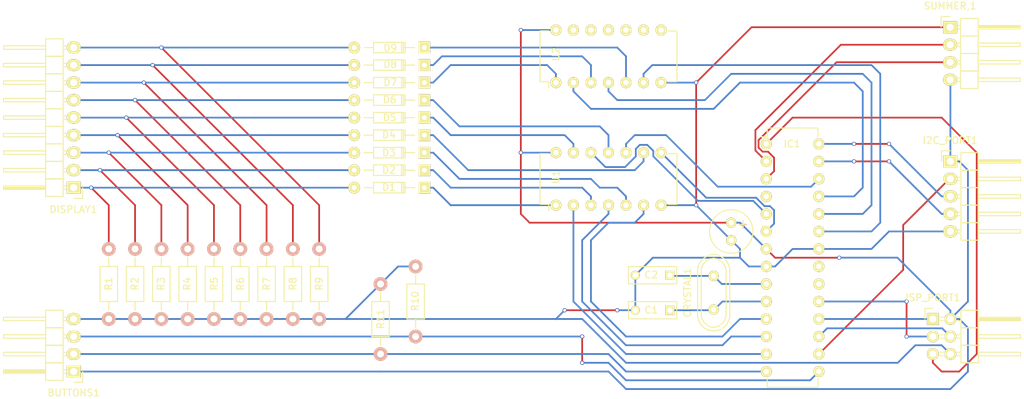
<source format=kicad_pcb>
(kicad_pcb (version 4) (host pcbnew 4.0.0~rc1a-stable)

  (general
    (links 81)
    (no_connects 0)
    (area 17.064999 16.955 165.825001 75.195)
    (thickness 1.6)
    (drawings 0)
    (tracks 357)
    (zones 0)
    (modules 32)
    (nets 43)
  )

  (page A4)
  (layers
    (0 F.Cu signal)
    (31 B.Cu signal)
    (32 B.Adhes user)
    (33 F.Adhes user)
    (34 B.Paste user)
    (35 F.Paste user)
    (36 B.SilkS user)
    (37 F.SilkS user)
    (38 B.Mask user)
    (39 F.Mask user)
    (40 Dwgs.User user)
    (41 Cmts.User user)
    (42 Eco1.User user)
    (43 Eco2.User user)
    (44 Edge.Cuts user)
    (45 Margin user)
    (46 B.CrtYd user)
    (47 F.CrtYd user)
    (48 B.Fab user)
    (49 F.Fab user)
  )

  (setup
    (last_trace_width 0.25)
    (trace_clearance 0.2)
    (zone_clearance 0.508)
    (zone_45_only no)
    (trace_min 0.2)
    (segment_width 0.2)
    (edge_width 0.1)
    (via_size 0.6)
    (via_drill 0.4)
    (via_min_size 0.4)
    (via_min_drill 0.3)
    (uvia_size 0.3)
    (uvia_drill 0.1)
    (uvias_allowed no)
    (uvia_min_size 0.2)
    (uvia_min_drill 0.1)
    (pcb_text_width 0.3)
    (pcb_text_size 1.5 1.5)
    (mod_edge_width 0.15)
    (mod_text_size 1 1)
    (mod_text_width 0.15)
    (pad_size 1.5 1.5)
    (pad_drill 0.6)
    (pad_to_mask_clearance 0)
    (aux_axis_origin 0 0)
    (visible_elements FFFFFF7F)
    (pcbplotparams
      (layerselection 0x00030_80000001)
      (usegerberextensions false)
      (excludeedgelayer true)
      (linewidth 0.100000)
      (plotframeref false)
      (viasonmask false)
      (mode 1)
      (useauxorigin false)
      (hpglpennumber 1)
      (hpglpenspeed 20)
      (hpglpendiameter 15)
      (hpglpenoverlay 2)
      (psnegative false)
      (psa4output false)
      (plotreference true)
      (plotvalue true)
      (plotinvisibletext false)
      (padsonsilk false)
      (subtractmaskfromsilk false)
      (outputformat 1)
      (mirror false)
      (drillshape 1)
      (scaleselection 1)
      (outputdirectory ""))
  )

  (net 0 "")
  (net 1 "Net-(C1-Pad1)")
  (net 2 "Net-(C2-Pad1)")
  (net 3 VCC)
  (net 4 "Net-(D1-Pad2)")
  (net 5 "Net-(D1-Pad1)")
  (net 6 "Net-(D2-Pad2)")
  (net 7 "Net-(D2-Pad1)")
  (net 8 "Net-(D3-Pad2)")
  (net 9 "Net-(D3-Pad1)")
  (net 10 "Net-(D4-Pad2)")
  (net 11 "Net-(D4-Pad1)")
  (net 12 "Net-(D5-Pad2)")
  (net 13 "Net-(D5-Pad1)")
  (net 14 "Net-(D6-Pad2)")
  (net 15 "Net-(D6-Pad1)")
  (net 16 "Net-(D7-Pad2)")
  (net 17 "Net-(D7-Pad1)")
  (net 18 "Net-(D8-Pad2)")
  (net 19 "Net-(D8-Pad1)")
  (net 20 "Net-(D9-Pad2)")
  (net 21 "Net-(D9-Pad1)")
  (net 22 /ISPRESET)
  (net 23 /DISP5)
  (net 24 /DISP4)
  (net 25 Earth)
  (net 26 /DISP3)
  (net 27 /DISP2)
  (net 28 /DISP1)
  (net 29 /MOSI)
  (net 30 /MISO)
  (net 31 /SCK)
  (net 32 /DISP9)
  (net 33 /DISP8)
  (net 34 /DISP7)
  (net 35 /DISP6)
  (net 36 "Net-(BUTTONS1-Pad2)")
  (net 37 "Net-(BUTTONS1-Pad3)")
  (net 38 "Net-(I2C_PORT1-Pad3)")
  (net 39 /I2C_IRQ)
  (net 40 "Net-(I2C_PORT1-Pad4)")
  (net 41 /reed-switch)
  (net 42 /buzzer)

  (net_class Default "This is the default net class."
    (clearance 0.2)
    (trace_width 0.25)
    (via_dia 0.6)
    (via_drill 0.4)
    (uvia_dia 0.3)
    (uvia_drill 0.1)
    (add_net /DISP1)
    (add_net /DISP2)
    (add_net /DISP3)
    (add_net /DISP4)
    (add_net /DISP5)
    (add_net /DISP6)
    (add_net /DISP7)
    (add_net /DISP8)
    (add_net /DISP9)
    (add_net /I2C_IRQ)
    (add_net /ISPRESET)
    (add_net /MISO)
    (add_net /MOSI)
    (add_net /SCK)
    (add_net /buzzer)
    (add_net /reed-switch)
    (add_net Earth)
    (add_net "Net-(BUTTONS1-Pad2)")
    (add_net "Net-(BUTTONS1-Pad3)")
    (add_net "Net-(C1-Pad1)")
    (add_net "Net-(C2-Pad1)")
    (add_net "Net-(D1-Pad1)")
    (add_net "Net-(D1-Pad2)")
    (add_net "Net-(D2-Pad1)")
    (add_net "Net-(D2-Pad2)")
    (add_net "Net-(D3-Pad1)")
    (add_net "Net-(D3-Pad2)")
    (add_net "Net-(D4-Pad1)")
    (add_net "Net-(D4-Pad2)")
    (add_net "Net-(D5-Pad1)")
    (add_net "Net-(D5-Pad2)")
    (add_net "Net-(D6-Pad1)")
    (add_net "Net-(D6-Pad2)")
    (add_net "Net-(D7-Pad1)")
    (add_net "Net-(D7-Pad2)")
    (add_net "Net-(D8-Pad1)")
    (add_net "Net-(D8-Pad2)")
    (add_net "Net-(D9-Pad1)")
    (add_net "Net-(D9-Pad2)")
    (add_net "Net-(I2C_PORT1-Pad3)")
    (add_net "Net-(I2C_PORT1-Pad4)")
    (add_net VCC)
  )

  (module Housings_DIP:DIP-28_W7.62mm (layer F.Cu) (tedit 54130A77) (tstamp 560305CC)
    (at 128.27 38.1)
    (descr "28-lead dip package, row spacing 7.62 mm (300 mils)")
    (tags "dil dip 2.54 300")
    (path /55D0F497)
    (fp_text reference IC1 (at 3.73 0) (layer F.SilkS)
      (effects (font (size 1 1) (thickness 0.15)))
    )
    (fp_text value ATMEGA328P-P (at 0 -3.72) (layer F.Fab)
      (effects (font (size 1 1) (thickness 0.15)))
    )
    (fp_line (start -1.05 -2.45) (end -1.05 35.5) (layer F.CrtYd) (width 0.05))
    (fp_line (start 8.65 -2.45) (end 8.65 35.5) (layer F.CrtYd) (width 0.05))
    (fp_line (start -1.05 -2.45) (end 8.65 -2.45) (layer F.CrtYd) (width 0.05))
    (fp_line (start -1.05 35.5) (end 8.65 35.5) (layer F.CrtYd) (width 0.05))
    (fp_line (start 0.135 -2.295) (end 0.135 -1.025) (layer F.SilkS) (width 0.15))
    (fp_line (start 7.485 -2.295) (end 7.485 -1.025) (layer F.SilkS) (width 0.15))
    (fp_line (start 7.485 35.315) (end 7.485 34.045) (layer F.SilkS) (width 0.15))
    (fp_line (start 0.135 35.315) (end 0.135 34.045) (layer F.SilkS) (width 0.15))
    (fp_line (start 0.135 -2.295) (end 7.485 -2.295) (layer F.SilkS) (width 0.15))
    (fp_line (start 0.135 35.315) (end 7.485 35.315) (layer F.SilkS) (width 0.15))
    (fp_line (start 0.135 -1.025) (end -0.8 -1.025) (layer F.SilkS) (width 0.15))
    (pad 1 thru_hole oval (at 0 0) (size 1.6 1.6) (drill 0.8) (layers *.Cu *.Mask F.SilkS)
      (net 22 /ISPRESET))
    (pad 2 thru_hole oval (at 0 2.54) (size 1.6 1.6) (drill 0.8) (layers *.Cu *.Mask F.SilkS)
      (net 41 /reed-switch))
    (pad 3 thru_hole oval (at 0 5.08) (size 1.6 1.6) (drill 0.8) (layers *.Cu *.Mask F.SilkS)
      (net 42 /buzzer))
    (pad 4 thru_hole oval (at 0 7.62) (size 1.6 1.6) (drill 0.8) (layers *.Cu *.Mask F.SilkS))
    (pad 5 thru_hole oval (at 0 10.16) (size 1.6 1.6) (drill 0.8) (layers *.Cu *.Mask F.SilkS)
      (net 23 /DISP5))
    (pad 6 thru_hole oval (at 0 12.7) (size 1.6 1.6) (drill 0.8) (layers *.Cu *.Mask F.SilkS)
      (net 24 /DISP4))
    (pad 7 thru_hole oval (at 0 15.24) (size 1.6 1.6) (drill 0.8) (layers *.Cu *.Mask F.SilkS)
      (net 3 VCC))
    (pad 8 thru_hole oval (at 0 17.78) (size 1.6 1.6) (drill 0.8) (layers *.Cu *.Mask F.SilkS)
      (net 25 Earth))
    (pad 9 thru_hole oval (at 0 20.32) (size 1.6 1.6) (drill 0.8) (layers *.Cu *.Mask F.SilkS)
      (net 2 "Net-(C2-Pad1)"))
    (pad 10 thru_hole oval (at 0 22.86) (size 1.6 1.6) (drill 0.8) (layers *.Cu *.Mask F.SilkS)
      (net 1 "Net-(C1-Pad1)"))
    (pad 11 thru_hole oval (at 0 25.4) (size 1.6 1.6) (drill 0.8) (layers *.Cu *.Mask F.SilkS)
      (net 26 /DISP3))
    (pad 12 thru_hole oval (at 0 27.94) (size 1.6 1.6) (drill 0.8) (layers *.Cu *.Mask F.SilkS)
      (net 27 /DISP2))
    (pad 13 thru_hole oval (at 0 30.48) (size 1.6 1.6) (drill 0.8) (layers *.Cu *.Mask F.SilkS)
      (net 28 /DISP1))
    (pad 14 thru_hole oval (at 0 33.02) (size 1.6 1.6) (drill 0.8) (layers *.Cu *.Mask F.SilkS)
      (net 36 "Net-(BUTTONS1-Pad2)"))
    (pad 15 thru_hole oval (at 7.62 33.02) (size 1.6 1.6) (drill 0.8) (layers *.Cu *.Mask F.SilkS)
      (net 37 "Net-(BUTTONS1-Pad3)"))
    (pad 16 thru_hole oval (at 7.62 30.48) (size 1.6 1.6) (drill 0.8) (layers *.Cu *.Mask F.SilkS)
      (net 39 /I2C_IRQ))
    (pad 17 thru_hole oval (at 7.62 27.94) (size 1.6 1.6) (drill 0.8) (layers *.Cu *.Mask F.SilkS)
      (net 29 /MOSI))
    (pad 18 thru_hole oval (at 7.62 25.4) (size 1.6 1.6) (drill 0.8) (layers *.Cu *.Mask F.SilkS)
      (net 30 /MISO))
    (pad 19 thru_hole oval (at 7.62 22.86) (size 1.6 1.6) (drill 0.8) (layers *.Cu *.Mask F.SilkS)
      (net 31 /SCK))
    (pad 20 thru_hole oval (at 7.62 20.32) (size 1.6 1.6) (drill 0.8) (layers *.Cu *.Mask F.SilkS))
    (pad 21 thru_hole oval (at 7.62 17.78) (size 1.6 1.6) (drill 0.8) (layers *.Cu *.Mask F.SilkS))
    (pad 22 thru_hole oval (at 7.62 15.24) (size 1.6 1.6) (drill 0.8) (layers *.Cu *.Mask F.SilkS)
      (net 25 Earth))
    (pad 23 thru_hole oval (at 7.62 12.7) (size 1.6 1.6) (drill 0.8) (layers *.Cu *.Mask F.SilkS)
      (net 32 /DISP9))
    (pad 24 thru_hole oval (at 7.62 10.16) (size 1.6 1.6) (drill 0.8) (layers *.Cu *.Mask F.SilkS)
      (net 33 /DISP8))
    (pad 25 thru_hole oval (at 7.62 7.62) (size 1.6 1.6) (drill 0.8) (layers *.Cu *.Mask F.SilkS)
      (net 34 /DISP7))
    (pad 26 thru_hole oval (at 7.62 5.08) (size 1.6 1.6) (drill 0.8) (layers *.Cu *.Mask F.SilkS)
      (net 35 /DISP6))
    (pad 27 thru_hole oval (at 7.62 2.54) (size 1.6 1.6) (drill 0.8) (layers *.Cu *.Mask F.SilkS)
      (net 40 "Net-(I2C_PORT1-Pad4)"))
    (pad 28 thru_hole oval (at 7.62 0) (size 1.6 1.6) (drill 0.8) (layers *.Cu *.Mask F.SilkS)
      (net 38 "Net-(I2C_PORT1-Pad3)"))
    (model Housings_DIP.3dshapes/DIP-28_W7.62mm.wrl
      (at (xyz 0 0 0))
      (scale (xyz 1 1 1))
      (rotate (xyz 0 0 0))
    )
  )

  (module Capacitors_ThroughHole:C_Rect_L7_W2.5_P5 (layer F.Cu) (tedit 0) (tstamp 56030564)
    (at 114.3 62.23 180)
    (descr "Film Capacitor Length 7mm x Width 2.5mm, Pitch 5mm")
    (tags Capacitor)
    (path /55D0F5CF)
    (fp_text reference C1 (at 2.7 0.03 180) (layer F.SilkS)
      (effects (font (size 1 1) (thickness 0.15)))
    )
    (fp_text value 22pF (at 2.5 2.5 180) (layer F.Fab)
      (effects (font (size 1 1) (thickness 0.15)))
    )
    (fp_line (start -1.25 -1.5) (end 6.25 -1.5) (layer F.CrtYd) (width 0.05))
    (fp_line (start 6.25 -1.5) (end 6.25 1.5) (layer F.CrtYd) (width 0.05))
    (fp_line (start 6.25 1.5) (end -1.25 1.5) (layer F.CrtYd) (width 0.05))
    (fp_line (start -1.25 1.5) (end -1.25 -1.5) (layer F.CrtYd) (width 0.05))
    (fp_line (start -1 -1.25) (end 6 -1.25) (layer F.SilkS) (width 0.15))
    (fp_line (start 6 -1.25) (end 6 1.25) (layer F.SilkS) (width 0.15))
    (fp_line (start 6 1.25) (end -1 1.25) (layer F.SilkS) (width 0.15))
    (fp_line (start -1 1.25) (end -1 -1.25) (layer F.SilkS) (width 0.15))
    (pad 1 thru_hole rect (at 0 0 180) (size 1.3 1.3) (drill 0.8) (layers *.Cu *.Mask F.SilkS)
      (net 1 "Net-(C1-Pad1)"))
    (pad 2 thru_hole circle (at 5 0 180) (size 1.3 1.3) (drill 0.8) (layers *.Cu *.Mask F.SilkS)
      (net 25 Earth))
  )

  (module Capacitors_ThroughHole:C_Rect_L7_W2.5_P5 (layer F.Cu) (tedit 0) (tstamp 5603056A)
    (at 114.3 57.15 180)
    (descr "Film Capacitor Length 7mm x Width 2.5mm, Pitch 5mm")
    (tags Capacitor)
    (path /55D0F5C2)
    (fp_text reference C2 (at 2.7 0.05 180) (layer F.SilkS)
      (effects (font (size 1 1) (thickness 0.15)))
    )
    (fp_text value 22pF (at 2.5 2.5 180) (layer F.Fab)
      (effects (font (size 1 1) (thickness 0.15)))
    )
    (fp_line (start -1.25 -1.5) (end 6.25 -1.5) (layer F.CrtYd) (width 0.05))
    (fp_line (start 6.25 -1.5) (end 6.25 1.5) (layer F.CrtYd) (width 0.05))
    (fp_line (start 6.25 1.5) (end -1.25 1.5) (layer F.CrtYd) (width 0.05))
    (fp_line (start -1.25 1.5) (end -1.25 -1.5) (layer F.CrtYd) (width 0.05))
    (fp_line (start -1 -1.25) (end 6 -1.25) (layer F.SilkS) (width 0.15))
    (fp_line (start 6 -1.25) (end 6 1.25) (layer F.SilkS) (width 0.15))
    (fp_line (start 6 1.25) (end -1 1.25) (layer F.SilkS) (width 0.15))
    (fp_line (start -1 1.25) (end -1 -1.25) (layer F.SilkS) (width 0.15))
    (pad 1 thru_hole rect (at 0 0 180) (size 1.3 1.3) (drill 0.8) (layers *.Cu *.Mask F.SilkS)
      (net 2 "Net-(C2-Pad1)"))
    (pad 2 thru_hole circle (at 5 0 180) (size 1.3 1.3) (drill 0.8) (layers *.Cu *.Mask F.SilkS)
      (net 25 Earth))
  )

  (module Capacitors_Elko_ThroughHole:Elko_vert_11.2x6.3mm_RM2.5 (layer F.Cu) (tedit 5454A15D) (tstamp 56030570)
    (at 123.19 49.53 270)
    (descr "Electrolytic Capacitor, vertical, diameter 6,3mm, RM 2,5mm, radial,")
    (tags "Electrolytic Capacitor, vertical, diameter 6,3mm, RM 2,5mm, Elko, Electrolytkondensator, Kondensator gepolt, Durchmesser 6,3mm, radial,")
    (path /55D138EB)
    (fp_text reference C3 (at 1.27 -5.08 270) (layer F.SilkS)
      (effects (font (size 1 1) (thickness 0.15)))
    )
    (fp_text value 100uF (at 1.27 5.08 270) (layer F.Fab)
      (effects (font (size 1 1) (thickness 0.15)))
    )
    (fp_line (start 0.26924 -2.19964) (end 0.26924 -1.19888) (layer F.SilkS) (width 0.15))
    (fp_line (start -0.23114 -1.69926) (end 0.76962 -1.69926) (layer F.SilkS) (width 0.15))
    (fp_line (start 0.26924 -1.69926) (end 0.76962 -1.69926) (layer F.Cu) (width 0.15))
    (fp_line (start 0.26924 -1.69926) (end 0.26924 -2.19964) (layer F.Cu) (width 0.15))
    (fp_line (start -0.23114 -1.69926) (end 0.26924 -1.69926) (layer F.Cu) (width 0.15))
    (fp_line (start 0.26924 -1.69926) (end 0.26924 -1.30048) (layer F.Cu) (width 0.15))
    (fp_line (start 0.26924 -1.30048) (end 0.26924 -1.19888) (layer F.Cu) (width 0.15))
    (fp_circle (center 1.27 0) (end 4.4196 0) (layer F.SilkS) (width 0.15))
    (pad 2 thru_hole circle (at 2.54 0 270) (size 1.50114 1.50114) (drill 0.8001) (layers *.Cu *.Mask F.SilkS)
      (net 25 Earth))
    (pad 1 thru_hole circle (at 0 0 270) (size 1.50114 1.50114) (drill 0.8001) (layers *.Cu *.Mask F.SilkS)
      (net 3 VCC))
    (model Capacitors_Elko_ThroughHole.3dshapes/Elko_vert_11.2x6.3mm_RM2.5.wrl
      (at (xyz 0 0 0))
      (scale (xyz 1 1 1))
      (rotate (xyz 0 0 0))
    )
  )

  (module Crystals:Crystal_HC49-U_Vertical (layer F.Cu) (tedit 0) (tstamp 56030576)
    (at 120.65 59.69 90)
    (descr "Crystal, Quarz, HC49/U, vertical, stehend,")
    (tags "Crystal, Quarz, HC49/U, vertical, stehend,")
    (path /55D0F5A4)
    (fp_text reference CRYSTAL1 (at 0 -3.81 90) (layer F.SilkS)
      (effects (font (size 1 1) (thickness 0.15)))
    )
    (fp_text value CRYSTAL (at 0 3.81 90) (layer F.Fab)
      (effects (font (size 1 1) (thickness 0.15)))
    )
    (fp_line (start 4.699 -1.00076) (end 4.89966 -0.59944) (layer F.SilkS) (width 0.15))
    (fp_line (start 4.89966 -0.59944) (end 5.00126 0) (layer F.SilkS) (width 0.15))
    (fp_line (start 5.00126 0) (end 4.89966 0.50038) (layer F.SilkS) (width 0.15))
    (fp_line (start 4.89966 0.50038) (end 4.50088 1.19888) (layer F.SilkS) (width 0.15))
    (fp_line (start 4.50088 1.19888) (end 3.8989 1.6002) (layer F.SilkS) (width 0.15))
    (fp_line (start 3.8989 1.6002) (end 3.29946 1.80086) (layer F.SilkS) (width 0.15))
    (fp_line (start 3.29946 1.80086) (end -3.29946 1.80086) (layer F.SilkS) (width 0.15))
    (fp_line (start -3.29946 1.80086) (end -4.0005 1.6002) (layer F.SilkS) (width 0.15))
    (fp_line (start -4.0005 1.6002) (end -4.39928 1.30048) (layer F.SilkS) (width 0.15))
    (fp_line (start -4.39928 1.30048) (end -4.8006 0.8001) (layer F.SilkS) (width 0.15))
    (fp_line (start -4.8006 0.8001) (end -5.00126 0.20066) (layer F.SilkS) (width 0.15))
    (fp_line (start -5.00126 0.20066) (end -5.00126 -0.29972) (layer F.SilkS) (width 0.15))
    (fp_line (start -5.00126 -0.29972) (end -4.8006 -0.8001) (layer F.SilkS) (width 0.15))
    (fp_line (start -4.8006 -0.8001) (end -4.30022 -1.39954) (layer F.SilkS) (width 0.15))
    (fp_line (start -4.30022 -1.39954) (end -3.79984 -1.69926) (layer F.SilkS) (width 0.15))
    (fp_line (start -3.79984 -1.69926) (end -3.29946 -1.80086) (layer F.SilkS) (width 0.15))
    (fp_line (start -3.2004 -1.80086) (end 3.40106 -1.80086) (layer F.SilkS) (width 0.15))
    (fp_line (start 3.40106 -1.80086) (end 3.79984 -1.69926) (layer F.SilkS) (width 0.15))
    (fp_line (start 3.79984 -1.69926) (end 4.30022 -1.39954) (layer F.SilkS) (width 0.15))
    (fp_line (start 4.30022 -1.39954) (end 4.8006 -0.89916) (layer F.SilkS) (width 0.15))
    (fp_line (start -3.19024 -2.32918) (end -3.64998 -2.28092) (layer F.SilkS) (width 0.15))
    (fp_line (start -3.64998 -2.28092) (end -4.04876 -2.16916) (layer F.SilkS) (width 0.15))
    (fp_line (start -4.04876 -2.16916) (end -4.48056 -1.95072) (layer F.SilkS) (width 0.15))
    (fp_line (start -4.48056 -1.95072) (end -4.77012 -1.71958) (layer F.SilkS) (width 0.15))
    (fp_line (start -4.77012 -1.71958) (end -5.10032 -1.36906) (layer F.SilkS) (width 0.15))
    (fp_line (start -5.10032 -1.36906) (end -5.38988 -0.83058) (layer F.SilkS) (width 0.15))
    (fp_line (start -5.38988 -0.83058) (end -5.51942 -0.23114) (layer F.SilkS) (width 0.15))
    (fp_line (start -5.51942 -0.23114) (end -5.51942 0.2794) (layer F.SilkS) (width 0.15))
    (fp_line (start -5.51942 0.2794) (end -5.34924 0.98044) (layer F.SilkS) (width 0.15))
    (fp_line (start -5.34924 0.98044) (end -4.95046 1.56972) (layer F.SilkS) (width 0.15))
    (fp_line (start -4.95046 1.56972) (end -4.49072 1.94056) (layer F.SilkS) (width 0.15))
    (fp_line (start -4.49072 1.94056) (end -4.06908 2.14884) (layer F.SilkS) (width 0.15))
    (fp_line (start -4.06908 2.14884) (end -3.6195 2.30886) (layer F.SilkS) (width 0.15))
    (fp_line (start -3.6195 2.30886) (end -3.18008 2.33934) (layer F.SilkS) (width 0.15))
    (fp_line (start 4.16052 2.1209) (end 4.53898 1.89992) (layer F.SilkS) (width 0.15))
    (fp_line (start 4.53898 1.89992) (end 4.85902 1.62052) (layer F.SilkS) (width 0.15))
    (fp_line (start 4.85902 1.62052) (end 5.11048 1.29032) (layer F.SilkS) (width 0.15))
    (fp_line (start 5.11048 1.29032) (end 5.4102 0.73914) (layer F.SilkS) (width 0.15))
    (fp_line (start 5.4102 0.73914) (end 5.51942 0.26924) (layer F.SilkS) (width 0.15))
    (fp_line (start 5.51942 0.26924) (end 5.53974 -0.1905) (layer F.SilkS) (width 0.15))
    (fp_line (start 5.53974 -0.1905) (end 5.45084 -0.65024) (layer F.SilkS) (width 0.15))
    (fp_line (start 5.45084 -0.65024) (end 5.26034 -1.09982) (layer F.SilkS) (width 0.15))
    (fp_line (start 5.26034 -1.09982) (end 4.89966 -1.56972) (layer F.SilkS) (width 0.15))
    (fp_line (start 4.89966 -1.56972) (end 4.54914 -1.88976) (layer F.SilkS) (width 0.15))
    (fp_line (start 4.54914 -1.88976) (end 4.16052 -2.1209) (layer F.SilkS) (width 0.15))
    (fp_line (start 4.16052 -2.1209) (end 3.73126 -2.2606) (layer F.SilkS) (width 0.15))
    (fp_line (start 3.73126 -2.2606) (end 3.2893 -2.32918) (layer F.SilkS) (width 0.15))
    (fp_line (start -3.2004 2.32918) (end 3.2512 2.32918) (layer F.SilkS) (width 0.15))
    (fp_line (start 3.2512 2.32918) (end 3.6703 2.29108) (layer F.SilkS) (width 0.15))
    (fp_line (start 3.6703 2.29108) (end 4.16052 2.1209) (layer F.SilkS) (width 0.15))
    (fp_line (start -3.2004 -2.32918) (end 3.2512 -2.32918) (layer F.SilkS) (width 0.15))
    (pad 1 thru_hole circle (at -2.44094 0 90) (size 1.50114 1.50114) (drill 0.8001) (layers *.Cu *.Mask F.SilkS)
      (net 1 "Net-(C1-Pad1)"))
    (pad 2 thru_hole circle (at 2.44094 0 90) (size 1.50114 1.50114) (drill 0.8001) (layers *.Cu *.Mask F.SilkS)
      (net 2 "Net-(C2-Pad1)"))
  )

  (module Diodes_ThroughHole:Diode_DO-35_SOD27_Horizontal_RM10 (layer F.Cu) (tedit 552FFC30) (tstamp 5603057C)
    (at 78.74 44.45 180)
    (descr "Diode, DO-35,  SOD27, Horizontal, RM 10mm")
    (tags "Diode, DO-35, SOD27, Horizontal, RM 10mm, 1N4148,")
    (path /55D0F11D)
    (fp_text reference D1 (at 5.14 0.05 180) (layer F.SilkS)
      (effects (font (size 1 1) (thickness 0.15)))
    )
    (fp_text value "ZF 3.9" (at -3.96 0.05 180) (layer F.Fab)
      (effects (font (size 1 1) (thickness 0.15)))
    )
    (fp_line (start 7.36652 -0.00254) (end 8.76352 -0.00254) (layer F.SilkS) (width 0.15))
    (fp_line (start 2.92152 -0.00254) (end 1.39752 -0.00254) (layer F.SilkS) (width 0.15))
    (fp_line (start 3.30252 -0.76454) (end 3.30252 0.75946) (layer F.SilkS) (width 0.15))
    (fp_line (start 3.04852 -0.76454) (end 3.04852 0.75946) (layer F.SilkS) (width 0.15))
    (fp_line (start 2.79452 -0.00254) (end 2.79452 0.75946) (layer F.SilkS) (width 0.15))
    (fp_line (start 2.79452 0.75946) (end 7.36652 0.75946) (layer F.SilkS) (width 0.15))
    (fp_line (start 7.36652 0.75946) (end 7.36652 -0.76454) (layer F.SilkS) (width 0.15))
    (fp_line (start 7.36652 -0.76454) (end 2.79452 -0.76454) (layer F.SilkS) (width 0.15))
    (fp_line (start 2.79452 -0.76454) (end 2.79452 -0.00254) (layer F.SilkS) (width 0.15))
    (pad 2 thru_hole circle (at 10.16052 -0.00254) (size 1.69926 1.69926) (drill 0.70104) (layers *.Cu *.Mask F.SilkS)
      (net 4 "Net-(D1-Pad2)"))
    (pad 1 thru_hole rect (at 0.00052 -0.00254) (size 1.69926 1.69926) (drill 0.70104) (layers *.Cu *.Mask F.SilkS)
      (net 5 "Net-(D1-Pad1)"))
    (model Diodes_ThroughHole.3dshapes/Diode_DO-35_SOD27_Horizontal_RM10.wrl
      (at (xyz 0.2 0 0))
      (scale (xyz 0.4 0.4 0.4))
      (rotate (xyz 0 0 180))
    )
  )

  (module Diodes_ThroughHole:Diode_DO-35_SOD27_Horizontal_RM10 (layer F.Cu) (tedit 552FFC30) (tstamp 56030582)
    (at 78.74 41.91 180)
    (descr "Diode, DO-35,  SOD27, Horizontal, RM 10mm")
    (tags "Diode, DO-35, SOD27, Horizontal, RM 10mm, 1N4148,")
    (path /55D0F0F2)
    (fp_text reference D2 (at 5.14 0.01 180) (layer F.SilkS)
      (effects (font (size 1 1) (thickness 0.15)))
    )
    (fp_text value "ZF 3.9" (at -3.86 0.01 180) (layer F.Fab)
      (effects (font (size 1 1) (thickness 0.15)))
    )
    (fp_line (start 7.36652 -0.00254) (end 8.76352 -0.00254) (layer F.SilkS) (width 0.15))
    (fp_line (start 2.92152 -0.00254) (end 1.39752 -0.00254) (layer F.SilkS) (width 0.15))
    (fp_line (start 3.30252 -0.76454) (end 3.30252 0.75946) (layer F.SilkS) (width 0.15))
    (fp_line (start 3.04852 -0.76454) (end 3.04852 0.75946) (layer F.SilkS) (width 0.15))
    (fp_line (start 2.79452 -0.00254) (end 2.79452 0.75946) (layer F.SilkS) (width 0.15))
    (fp_line (start 2.79452 0.75946) (end 7.36652 0.75946) (layer F.SilkS) (width 0.15))
    (fp_line (start 7.36652 0.75946) (end 7.36652 -0.76454) (layer F.SilkS) (width 0.15))
    (fp_line (start 7.36652 -0.76454) (end 2.79452 -0.76454) (layer F.SilkS) (width 0.15))
    (fp_line (start 2.79452 -0.76454) (end 2.79452 -0.00254) (layer F.SilkS) (width 0.15))
    (pad 2 thru_hole circle (at 10.16052 -0.00254) (size 1.69926 1.69926) (drill 0.70104) (layers *.Cu *.Mask F.SilkS)
      (net 6 "Net-(D2-Pad2)"))
    (pad 1 thru_hole rect (at 0.00052 -0.00254) (size 1.69926 1.69926) (drill 0.70104) (layers *.Cu *.Mask F.SilkS)
      (net 7 "Net-(D2-Pad1)"))
    (model Diodes_ThroughHole.3dshapes/Diode_DO-35_SOD27_Horizontal_RM10.wrl
      (at (xyz 0.2 0 0))
      (scale (xyz 0.4 0.4 0.4))
      (rotate (xyz 0 0 180))
    )
  )

  (module Diodes_ThroughHole:Diode_DO-35_SOD27_Horizontal_RM10 (layer F.Cu) (tedit 552FFC30) (tstamp 56030588)
    (at 78.74 39.37 180)
    (descr "Diode, DO-35,  SOD27, Horizontal, RM 10mm")
    (tags "Diode, DO-35, SOD27, Horizontal, RM 10mm, 1N4148,")
    (path /55D0F0FF)
    (fp_text reference D3 (at 5.14 -0.03 180) (layer F.SilkS)
      (effects (font (size 1 1) (thickness 0.15)))
    )
    (fp_text value "ZF 3.9" (at -3.96 0.07 180) (layer F.Fab)
      (effects (font (size 1 1) (thickness 0.15)))
    )
    (fp_line (start 7.36652 -0.00254) (end 8.76352 -0.00254) (layer F.SilkS) (width 0.15))
    (fp_line (start 2.92152 -0.00254) (end 1.39752 -0.00254) (layer F.SilkS) (width 0.15))
    (fp_line (start 3.30252 -0.76454) (end 3.30252 0.75946) (layer F.SilkS) (width 0.15))
    (fp_line (start 3.04852 -0.76454) (end 3.04852 0.75946) (layer F.SilkS) (width 0.15))
    (fp_line (start 2.79452 -0.00254) (end 2.79452 0.75946) (layer F.SilkS) (width 0.15))
    (fp_line (start 2.79452 0.75946) (end 7.36652 0.75946) (layer F.SilkS) (width 0.15))
    (fp_line (start 7.36652 0.75946) (end 7.36652 -0.76454) (layer F.SilkS) (width 0.15))
    (fp_line (start 7.36652 -0.76454) (end 2.79452 -0.76454) (layer F.SilkS) (width 0.15))
    (fp_line (start 2.79452 -0.76454) (end 2.79452 -0.00254) (layer F.SilkS) (width 0.15))
    (pad 2 thru_hole circle (at 10.16052 -0.00254) (size 1.69926 1.69926) (drill 0.70104) (layers *.Cu *.Mask F.SilkS)
      (net 8 "Net-(D3-Pad2)"))
    (pad 1 thru_hole rect (at 0.00052 -0.00254) (size 1.69926 1.69926) (drill 0.70104) (layers *.Cu *.Mask F.SilkS)
      (net 9 "Net-(D3-Pad1)"))
    (model Diodes_ThroughHole.3dshapes/Diode_DO-35_SOD27_Horizontal_RM10.wrl
      (at (xyz 0.2 0 0))
      (scale (xyz 0.4 0.4 0.4))
      (rotate (xyz 0 0 180))
    )
  )

  (module Diodes_ThroughHole:Diode_DO-35_SOD27_Horizontal_RM10 (layer F.Cu) (tedit 552FFC30) (tstamp 5603058E)
    (at 78.74 36.83 180)
    (descr "Diode, DO-35,  SOD27, Horizontal, RM 10mm")
    (tags "Diode, DO-35, SOD27, Horizontal, RM 10mm, 1N4148,")
    (path /55D0F105)
    (fp_text reference D4 (at 5.14 0.03 180) (layer F.SilkS)
      (effects (font (size 1 1) (thickness 0.15)))
    )
    (fp_text value "ZF 3.9" (at -3.96 -0.07 180) (layer F.Fab)
      (effects (font (size 1 1) (thickness 0.15)))
    )
    (fp_line (start 7.36652 -0.00254) (end 8.76352 -0.00254) (layer F.SilkS) (width 0.15))
    (fp_line (start 2.92152 -0.00254) (end 1.39752 -0.00254) (layer F.SilkS) (width 0.15))
    (fp_line (start 3.30252 -0.76454) (end 3.30252 0.75946) (layer F.SilkS) (width 0.15))
    (fp_line (start 3.04852 -0.76454) (end 3.04852 0.75946) (layer F.SilkS) (width 0.15))
    (fp_line (start 2.79452 -0.00254) (end 2.79452 0.75946) (layer F.SilkS) (width 0.15))
    (fp_line (start 2.79452 0.75946) (end 7.36652 0.75946) (layer F.SilkS) (width 0.15))
    (fp_line (start 7.36652 0.75946) (end 7.36652 -0.76454) (layer F.SilkS) (width 0.15))
    (fp_line (start 7.36652 -0.76454) (end 2.79452 -0.76454) (layer F.SilkS) (width 0.15))
    (fp_line (start 2.79452 -0.76454) (end 2.79452 -0.00254) (layer F.SilkS) (width 0.15))
    (pad 2 thru_hole circle (at 10.16052 -0.00254) (size 1.69926 1.69926) (drill 0.70104) (layers *.Cu *.Mask F.SilkS)
      (net 10 "Net-(D4-Pad2)"))
    (pad 1 thru_hole rect (at 0.00052 -0.00254) (size 1.69926 1.69926) (drill 0.70104) (layers *.Cu *.Mask F.SilkS)
      (net 11 "Net-(D4-Pad1)"))
    (model Diodes_ThroughHole.3dshapes/Diode_DO-35_SOD27_Horizontal_RM10.wrl
      (at (xyz 0.2 0 0))
      (scale (xyz 0.4 0.4 0.4))
      (rotate (xyz 0 0 180))
    )
  )

  (module Diodes_ThroughHole:Diode_DO-35_SOD27_Horizontal_RM10 (layer F.Cu) (tedit 552FFC30) (tstamp 56030594)
    (at 78.74 34.29 180)
    (descr "Diode, DO-35,  SOD27, Horizontal, RM 10mm")
    (tags "Diode, DO-35, SOD27, Horizontal, RM 10mm, 1N4148,")
    (path /55D0F10B)
    (fp_text reference D5 (at 5.04 -0.01 180) (layer F.SilkS)
      (effects (font (size 1 1) (thickness 0.15)))
    )
    (fp_text value "ZF 3.9" (at -3.96 -0.01 180) (layer F.Fab)
      (effects (font (size 1 1) (thickness 0.15)))
    )
    (fp_line (start 7.36652 -0.00254) (end 8.76352 -0.00254) (layer F.SilkS) (width 0.15))
    (fp_line (start 2.92152 -0.00254) (end 1.39752 -0.00254) (layer F.SilkS) (width 0.15))
    (fp_line (start 3.30252 -0.76454) (end 3.30252 0.75946) (layer F.SilkS) (width 0.15))
    (fp_line (start 3.04852 -0.76454) (end 3.04852 0.75946) (layer F.SilkS) (width 0.15))
    (fp_line (start 2.79452 -0.00254) (end 2.79452 0.75946) (layer F.SilkS) (width 0.15))
    (fp_line (start 2.79452 0.75946) (end 7.36652 0.75946) (layer F.SilkS) (width 0.15))
    (fp_line (start 7.36652 0.75946) (end 7.36652 -0.76454) (layer F.SilkS) (width 0.15))
    (fp_line (start 7.36652 -0.76454) (end 2.79452 -0.76454) (layer F.SilkS) (width 0.15))
    (fp_line (start 2.79452 -0.76454) (end 2.79452 -0.00254) (layer F.SilkS) (width 0.15))
    (pad 2 thru_hole circle (at 10.16052 -0.00254) (size 1.69926 1.69926) (drill 0.70104) (layers *.Cu *.Mask F.SilkS)
      (net 12 "Net-(D5-Pad2)"))
    (pad 1 thru_hole rect (at 0.00052 -0.00254) (size 1.69926 1.69926) (drill 0.70104) (layers *.Cu *.Mask F.SilkS)
      (net 13 "Net-(D5-Pad1)"))
    (model Diodes_ThroughHole.3dshapes/Diode_DO-35_SOD27_Horizontal_RM10.wrl
      (at (xyz 0.2 0 0))
      (scale (xyz 0.4 0.4 0.4))
      (rotate (xyz 0 0 180))
    )
  )

  (module Diodes_ThroughHole:Diode_DO-35_SOD27_Horizontal_RM10 (layer F.Cu) (tedit 552FFC30) (tstamp 5603059A)
    (at 78.74 31.75 180)
    (descr "Diode, DO-35,  SOD27, Horizontal, RM 10mm")
    (tags "Diode, DO-35, SOD27, Horizontal, RM 10mm, 1N4148,")
    (path /55D0F111)
    (fp_text reference D6 (at 5.04 0.05 180) (layer F.SilkS)
      (effects (font (size 1 1) (thickness 0.15)))
    )
    (fp_text value "ZF 3.9" (at -3.96 0.05 180) (layer F.Fab)
      (effects (font (size 1 1) (thickness 0.15)))
    )
    (fp_line (start 7.36652 -0.00254) (end 8.76352 -0.00254) (layer F.SilkS) (width 0.15))
    (fp_line (start 2.92152 -0.00254) (end 1.39752 -0.00254) (layer F.SilkS) (width 0.15))
    (fp_line (start 3.30252 -0.76454) (end 3.30252 0.75946) (layer F.SilkS) (width 0.15))
    (fp_line (start 3.04852 -0.76454) (end 3.04852 0.75946) (layer F.SilkS) (width 0.15))
    (fp_line (start 2.79452 -0.00254) (end 2.79452 0.75946) (layer F.SilkS) (width 0.15))
    (fp_line (start 2.79452 0.75946) (end 7.36652 0.75946) (layer F.SilkS) (width 0.15))
    (fp_line (start 7.36652 0.75946) (end 7.36652 -0.76454) (layer F.SilkS) (width 0.15))
    (fp_line (start 7.36652 -0.76454) (end 2.79452 -0.76454) (layer F.SilkS) (width 0.15))
    (fp_line (start 2.79452 -0.76454) (end 2.79452 -0.00254) (layer F.SilkS) (width 0.15))
    (pad 2 thru_hole circle (at 10.16052 -0.00254) (size 1.69926 1.69926) (drill 0.70104) (layers *.Cu *.Mask F.SilkS)
      (net 14 "Net-(D6-Pad2)"))
    (pad 1 thru_hole rect (at 0.00052 -0.00254) (size 1.69926 1.69926) (drill 0.70104) (layers *.Cu *.Mask F.SilkS)
      (net 15 "Net-(D6-Pad1)"))
    (model Diodes_ThroughHole.3dshapes/Diode_DO-35_SOD27_Horizontal_RM10.wrl
      (at (xyz 0.2 0 0))
      (scale (xyz 0.4 0.4 0.4))
      (rotate (xyz 0 0 180))
    )
  )

  (module Diodes_ThroughHole:Diode_DO-35_SOD27_Horizontal_RM10 (layer F.Cu) (tedit 552FFC30) (tstamp 560305A0)
    (at 78.74 29.21 180)
    (descr "Diode, DO-35,  SOD27, Horizontal, RM 10mm")
    (tags "Diode, DO-35, SOD27, Horizontal, RM 10mm, 1N4148,")
    (path /55D0F117)
    (fp_text reference D7 (at 4.94 0.01 180) (layer F.SilkS)
      (effects (font (size 1 1) (thickness 0.15)))
    )
    (fp_text value "ZF 3.9" (at -3.96 0.01 180) (layer F.Fab)
      (effects (font (size 1 1) (thickness 0.15)))
    )
    (fp_line (start 7.36652 -0.00254) (end 8.76352 -0.00254) (layer F.SilkS) (width 0.15))
    (fp_line (start 2.92152 -0.00254) (end 1.39752 -0.00254) (layer F.SilkS) (width 0.15))
    (fp_line (start 3.30252 -0.76454) (end 3.30252 0.75946) (layer F.SilkS) (width 0.15))
    (fp_line (start 3.04852 -0.76454) (end 3.04852 0.75946) (layer F.SilkS) (width 0.15))
    (fp_line (start 2.79452 -0.00254) (end 2.79452 0.75946) (layer F.SilkS) (width 0.15))
    (fp_line (start 2.79452 0.75946) (end 7.36652 0.75946) (layer F.SilkS) (width 0.15))
    (fp_line (start 7.36652 0.75946) (end 7.36652 -0.76454) (layer F.SilkS) (width 0.15))
    (fp_line (start 7.36652 -0.76454) (end 2.79452 -0.76454) (layer F.SilkS) (width 0.15))
    (fp_line (start 2.79452 -0.76454) (end 2.79452 -0.00254) (layer F.SilkS) (width 0.15))
    (pad 2 thru_hole circle (at 10.16052 -0.00254) (size 1.69926 1.69926) (drill 0.70104) (layers *.Cu *.Mask F.SilkS)
      (net 16 "Net-(D7-Pad2)"))
    (pad 1 thru_hole rect (at 0.00052 -0.00254) (size 1.69926 1.69926) (drill 0.70104) (layers *.Cu *.Mask F.SilkS)
      (net 17 "Net-(D7-Pad1)"))
    (model Diodes_ThroughHole.3dshapes/Diode_DO-35_SOD27_Horizontal_RM10.wrl
      (at (xyz 0.2 0 0))
      (scale (xyz 0.4 0.4 0.4))
      (rotate (xyz 0 0 180))
    )
  )

  (module Diodes_ThroughHole:Diode_DO-35_SOD27_Horizontal_RM10 (layer F.Cu) (tedit 552FFC30) (tstamp 560305A6)
    (at 78.74 26.67 180)
    (descr "Diode, DO-35,  SOD27, Horizontal, RM 10mm")
    (tags "Diode, DO-35, SOD27, Horizontal, RM 10mm, 1N4148,")
    (path /55D0F123)
    (fp_text reference D8 (at 4.94 0.07 180) (layer F.SilkS)
      (effects (font (size 1 1) (thickness 0.15)))
    )
    (fp_text value "ZF 3.9" (at -3.96 -0.03 180) (layer F.Fab)
      (effects (font (size 1 1) (thickness 0.15)))
    )
    (fp_line (start 7.36652 -0.00254) (end 8.76352 -0.00254) (layer F.SilkS) (width 0.15))
    (fp_line (start 2.92152 -0.00254) (end 1.39752 -0.00254) (layer F.SilkS) (width 0.15))
    (fp_line (start 3.30252 -0.76454) (end 3.30252 0.75946) (layer F.SilkS) (width 0.15))
    (fp_line (start 3.04852 -0.76454) (end 3.04852 0.75946) (layer F.SilkS) (width 0.15))
    (fp_line (start 2.79452 -0.00254) (end 2.79452 0.75946) (layer F.SilkS) (width 0.15))
    (fp_line (start 2.79452 0.75946) (end 7.36652 0.75946) (layer F.SilkS) (width 0.15))
    (fp_line (start 7.36652 0.75946) (end 7.36652 -0.76454) (layer F.SilkS) (width 0.15))
    (fp_line (start 7.36652 -0.76454) (end 2.79452 -0.76454) (layer F.SilkS) (width 0.15))
    (fp_line (start 2.79452 -0.76454) (end 2.79452 -0.00254) (layer F.SilkS) (width 0.15))
    (pad 2 thru_hole circle (at 10.16052 -0.00254) (size 1.69926 1.69926) (drill 0.70104) (layers *.Cu *.Mask F.SilkS)
      (net 18 "Net-(D8-Pad2)"))
    (pad 1 thru_hole rect (at 0.00052 -0.00254) (size 1.69926 1.69926) (drill 0.70104) (layers *.Cu *.Mask F.SilkS)
      (net 19 "Net-(D8-Pad1)"))
    (model Diodes_ThroughHole.3dshapes/Diode_DO-35_SOD27_Horizontal_RM10.wrl
      (at (xyz 0.2 0 0))
      (scale (xyz 0.4 0.4 0.4))
      (rotate (xyz 0 0 180))
    )
  )

  (module Diodes_ThroughHole:Diode_DO-35_SOD27_Horizontal_RM10 (layer F.Cu) (tedit 552FFC30) (tstamp 560305AC)
    (at 78.74 24.13 180)
    (descr "Diode, DO-35,  SOD27, Horizontal, RM 10mm")
    (tags "Diode, DO-35, SOD27, Horizontal, RM 10mm, 1N4148,")
    (path /55D0F129)
    (fp_text reference D9 (at 4.94 -0.07 180) (layer F.SilkS)
      (effects (font (size 1 1) (thickness 0.15)))
    )
    (fp_text value "ZF 3.9" (at -4.06 0.03 180) (layer F.Fab)
      (effects (font (size 1 1) (thickness 0.15)))
    )
    (fp_line (start 7.36652 -0.00254) (end 8.76352 -0.00254) (layer F.SilkS) (width 0.15))
    (fp_line (start 2.92152 -0.00254) (end 1.39752 -0.00254) (layer F.SilkS) (width 0.15))
    (fp_line (start 3.30252 -0.76454) (end 3.30252 0.75946) (layer F.SilkS) (width 0.15))
    (fp_line (start 3.04852 -0.76454) (end 3.04852 0.75946) (layer F.SilkS) (width 0.15))
    (fp_line (start 2.79452 -0.00254) (end 2.79452 0.75946) (layer F.SilkS) (width 0.15))
    (fp_line (start 2.79452 0.75946) (end 7.36652 0.75946) (layer F.SilkS) (width 0.15))
    (fp_line (start 7.36652 0.75946) (end 7.36652 -0.76454) (layer F.SilkS) (width 0.15))
    (fp_line (start 7.36652 -0.76454) (end 2.79452 -0.76454) (layer F.SilkS) (width 0.15))
    (fp_line (start 2.79452 -0.76454) (end 2.79452 -0.00254) (layer F.SilkS) (width 0.15))
    (pad 2 thru_hole circle (at 10.16052 -0.00254) (size 1.69926 1.69926) (drill 0.70104) (layers *.Cu *.Mask F.SilkS)
      (net 20 "Net-(D9-Pad2)"))
    (pad 1 thru_hole rect (at 0.00052 -0.00254) (size 1.69926 1.69926) (drill 0.70104) (layers *.Cu *.Mask F.SilkS)
      (net 21 "Net-(D9-Pad1)"))
    (model Diodes_ThroughHole.3dshapes/Diode_DO-35_SOD27_Horizontal_RM10.wrl
      (at (xyz 0.2 0 0))
      (scale (xyz 0.4 0.4 0.4))
      (rotate (xyz 0 0 180))
    )
  )

  (module Pin_Headers:Pin_Header_Angled_2x03 (layer F.Cu) (tedit 0) (tstamp 560305D6)
    (at 152.4 63.5)
    (descr "Through hole pin header")
    (tags "pin header")
    (path /56032F9C)
    (fp_text reference ISP_PORT1 (at 0 -3.1) (layer F.SilkS)
      (effects (font (size 1 1) (thickness 0.15)))
    )
    (fp_text value CONN_02X03 (at 0 -3.1) (layer F.Fab)
      (effects (font (size 1 1) (thickness 0.15)))
    )
    (fp_line (start -1.35 -1.75) (end -1.35 6.85) (layer F.CrtYd) (width 0.05))
    (fp_line (start 13.2 -1.75) (end 13.2 6.85) (layer F.CrtYd) (width 0.05))
    (fp_line (start -1.35 -1.75) (end 13.2 -1.75) (layer F.CrtYd) (width 0.05))
    (fp_line (start -1.35 6.85) (end 13.2 6.85) (layer F.CrtYd) (width 0.05))
    (fp_line (start 1.524 5.334) (end 1.016 5.334) (layer F.SilkS) (width 0.15))
    (fp_line (start 1.524 4.826) (end 1.016 4.826) (layer F.SilkS) (width 0.15))
    (fp_line (start 1.524 2.794) (end 1.016 2.794) (layer F.SilkS) (width 0.15))
    (fp_line (start 1.524 2.286) (end 1.016 2.286) (layer F.SilkS) (width 0.15))
    (fp_line (start 1.524 0.254) (end 1.016 0.254) (layer F.SilkS) (width 0.15))
    (fp_line (start 1.524 -0.254) (end 1.016 -0.254) (layer F.SilkS) (width 0.15))
    (fp_line (start 4.064 2.286) (end 3.556 2.286) (layer F.SilkS) (width 0.15))
    (fp_line (start 4.064 2.794) (end 3.556 2.794) (layer F.SilkS) (width 0.15))
    (fp_line (start 4.064 4.826) (end 3.556 4.826) (layer F.SilkS) (width 0.15))
    (fp_line (start 4.064 5.334) (end 3.556 5.334) (layer F.SilkS) (width 0.15))
    (fp_line (start 4.064 -0.254) (end 3.556 -0.254) (layer F.SilkS) (width 0.15))
    (fp_line (start 4.064 0.254) (end 3.556 0.254) (layer F.SilkS) (width 0.15))
    (fp_line (start 0 -1.55) (end -1.15 -1.55) (layer F.SilkS) (width 0.15))
    (fp_line (start -1.15 -1.55) (end -1.15 0) (layer F.SilkS) (width 0.15))
    (fp_line (start 6.604 -0.127) (end 12.573 -0.127) (layer F.SilkS) (width 0.15))
    (fp_line (start 12.573 -0.127) (end 12.573 0.127) (layer F.SilkS) (width 0.15))
    (fp_line (start 12.573 0.127) (end 6.731 0.127) (layer F.SilkS) (width 0.15))
    (fp_line (start 6.731 0.127) (end 6.731 0) (layer F.SilkS) (width 0.15))
    (fp_line (start 6.731 0) (end 12.573 0) (layer F.SilkS) (width 0.15))
    (fp_line (start 4.064 1.27) (end 4.064 3.81) (layer F.SilkS) (width 0.15))
    (fp_line (start 4.064 3.81) (end 6.604 3.81) (layer F.SilkS) (width 0.15))
    (fp_line (start 6.604 2.286) (end 12.7 2.286) (layer F.SilkS) (width 0.15))
    (fp_line (start 12.7 2.286) (end 12.7 2.794) (layer F.SilkS) (width 0.15))
    (fp_line (start 12.7 2.794) (end 6.604 2.794) (layer F.SilkS) (width 0.15))
    (fp_line (start 6.604 3.81) (end 6.604 1.27) (layer F.SilkS) (width 0.15))
    (fp_line (start 4.064 6.35) (end 6.604 6.35) (layer F.SilkS) (width 0.15))
    (fp_line (start 6.604 6.35) (end 6.604 3.81) (layer F.SilkS) (width 0.15))
    (fp_line (start 12.7 5.334) (end 6.604 5.334) (layer F.SilkS) (width 0.15))
    (fp_line (start 12.7 4.826) (end 12.7 5.334) (layer F.SilkS) (width 0.15))
    (fp_line (start 6.604 4.826) (end 12.7 4.826) (layer F.SilkS) (width 0.15))
    (fp_line (start 4.064 6.35) (end 6.604 6.35) (layer F.SilkS) (width 0.15))
    (fp_line (start 4.064 3.81) (end 4.064 6.35) (layer F.SilkS) (width 0.15))
    (fp_line (start 4.064 3.81) (end 6.604 3.81) (layer F.SilkS) (width 0.15))
    (fp_line (start 4.064 1.27) (end 6.604 1.27) (layer F.SilkS) (width 0.15))
    (fp_line (start 6.604 1.27) (end 6.604 -1.27) (layer F.SilkS) (width 0.15))
    (fp_line (start 12.7 0.254) (end 6.604 0.254) (layer F.SilkS) (width 0.15))
    (fp_line (start 12.7 -0.254) (end 12.7 0.254) (layer F.SilkS) (width 0.15))
    (fp_line (start 6.604 -0.254) (end 12.7 -0.254) (layer F.SilkS) (width 0.15))
    (fp_line (start 4.064 1.27) (end 6.604 1.27) (layer F.SilkS) (width 0.15))
    (fp_line (start 4.064 -1.27) (end 4.064 1.27) (layer F.SilkS) (width 0.15))
    (fp_line (start 4.064 -1.27) (end 6.604 -1.27) (layer F.SilkS) (width 0.15))
    (pad 1 thru_hole rect (at 0 0) (size 1.7272 1.7272) (drill 1.016) (layers *.Cu *.Mask F.SilkS)
      (net 30 /MISO))
    (pad 2 thru_hole oval (at 2.54 0) (size 1.7272 1.7272) (drill 1.016) (layers *.Cu *.Mask F.SilkS)
      (net 3 VCC))
    (pad 3 thru_hole oval (at 0 2.54) (size 1.7272 1.7272) (drill 1.016) (layers *.Cu *.Mask F.SilkS)
      (net 31 /SCK))
    (pad 4 thru_hole oval (at 2.54 2.54) (size 1.7272 1.7272) (drill 1.016) (layers *.Cu *.Mask F.SilkS)
      (net 29 /MOSI))
    (pad 5 thru_hole oval (at 0 5.08) (size 1.7272 1.7272) (drill 1.016) (layers *.Cu *.Mask F.SilkS)
      (net 22 /ISPRESET))
    (pad 6 thru_hole oval (at 2.54 5.08) (size 1.7272 1.7272) (drill 1.016) (layers *.Cu *.Mask F.SilkS)
      (net 25 Earth))
    (model Pin_Headers.3dshapes/Pin_Header_Angled_2x03.wrl
      (at (xyz 0.05 -0.1 0))
      (scale (xyz 1 1 1))
      (rotate (xyz 0 0 90))
    )
  )

  (module Resistors_ThroughHole:Resistor_Horizontal_RM10mm (layer F.Cu) (tedit 53F56209) (tstamp 560305F7)
    (at 33.02 58.42 270)
    (descr "Resistor, Axial,  RM 10mm, 1/3W,")
    (tags "Resistor, Axial, RM 10mm, 1/3W,")
    (path /55D0EEBC)
    (fp_text reference R1 (at -0.02 0.02 270) (layer F.SilkS)
      (effects (font (size 1 1) (thickness 0.15)))
    )
    (fp_text value 470k (at 3.81 3.81 270) (layer F.Fab)
      (effects (font (size 1 1) (thickness 0.15)))
    )
    (fp_line (start -2.54 -1.27) (end 2.54 -1.27) (layer F.SilkS) (width 0.15))
    (fp_line (start 2.54 -1.27) (end 2.54 1.27) (layer F.SilkS) (width 0.15))
    (fp_line (start 2.54 1.27) (end -2.54 1.27) (layer F.SilkS) (width 0.15))
    (fp_line (start -2.54 1.27) (end -2.54 -1.27) (layer F.SilkS) (width 0.15))
    (fp_line (start -2.54 0) (end -3.81 0) (layer F.SilkS) (width 0.15))
    (fp_line (start 2.54 0) (end 3.81 0) (layer F.SilkS) (width 0.15))
    (pad 1 thru_hole circle (at -5.08 0 270) (size 1.99898 1.99898) (drill 1.00076) (layers *.Cu *.SilkS *.Mask)
      (net 4 "Net-(D1-Pad2)"))
    (pad 2 thru_hole circle (at 5.08 0 270) (size 1.99898 1.99898) (drill 1.00076) (layers *.Cu *.SilkS *.Mask)
      (net 25 Earth))
    (model Resistors_ThroughHole.3dshapes/Resistor_Horizontal_RM10mm.wrl
      (at (xyz 0 0 0))
      (scale (xyz 0.4 0.4 0.4))
      (rotate (xyz 0 0 0))
    )
  )

  (module Resistors_ThroughHole:Resistor_Horizontal_RM10mm (layer F.Cu) (tedit 53F56209) (tstamp 560305FD)
    (at 36.83 58.42 270)
    (descr "Resistor, Axial,  RM 10mm, 1/3W,")
    (tags "Resistor, Axial, RM 10mm, 1/3W,")
    (path /55D0EEB6)
    (fp_text reference R2 (at -0.02 0.03 270) (layer F.SilkS)
      (effects (font (size 1 1) (thickness 0.15)))
    )
    (fp_text value 470k (at 3.81 3.81 270) (layer F.Fab)
      (effects (font (size 1 1) (thickness 0.15)))
    )
    (fp_line (start -2.54 -1.27) (end 2.54 -1.27) (layer F.SilkS) (width 0.15))
    (fp_line (start 2.54 -1.27) (end 2.54 1.27) (layer F.SilkS) (width 0.15))
    (fp_line (start 2.54 1.27) (end -2.54 1.27) (layer F.SilkS) (width 0.15))
    (fp_line (start -2.54 1.27) (end -2.54 -1.27) (layer F.SilkS) (width 0.15))
    (fp_line (start -2.54 0) (end -3.81 0) (layer F.SilkS) (width 0.15))
    (fp_line (start 2.54 0) (end 3.81 0) (layer F.SilkS) (width 0.15))
    (pad 1 thru_hole circle (at -5.08 0 270) (size 1.99898 1.99898) (drill 1.00076) (layers *.Cu *.SilkS *.Mask)
      (net 6 "Net-(D2-Pad2)"))
    (pad 2 thru_hole circle (at 5.08 0 270) (size 1.99898 1.99898) (drill 1.00076) (layers *.Cu *.SilkS *.Mask)
      (net 25 Earth))
    (model Resistors_ThroughHole.3dshapes/Resistor_Horizontal_RM10mm.wrl
      (at (xyz 0 0 0))
      (scale (xyz 0.4 0.4 0.4))
      (rotate (xyz 0 0 0))
    )
  )

  (module Resistors_ThroughHole:Resistor_Horizontal_RM10mm (layer F.Cu) (tedit 53F56209) (tstamp 56030603)
    (at 40.64 58.42 270)
    (descr "Resistor, Axial,  RM 10mm, 1/3W,")
    (tags "Resistor, Axial, RM 10mm, 1/3W,")
    (path /55D0EEB0)
    (fp_text reference R3 (at -0.02 0.04 270) (layer F.SilkS)
      (effects (font (size 1 1) (thickness 0.15)))
    )
    (fp_text value 470k (at 3.81 3.81 270) (layer F.Fab)
      (effects (font (size 1 1) (thickness 0.15)))
    )
    (fp_line (start -2.54 -1.27) (end 2.54 -1.27) (layer F.SilkS) (width 0.15))
    (fp_line (start 2.54 -1.27) (end 2.54 1.27) (layer F.SilkS) (width 0.15))
    (fp_line (start 2.54 1.27) (end -2.54 1.27) (layer F.SilkS) (width 0.15))
    (fp_line (start -2.54 1.27) (end -2.54 -1.27) (layer F.SilkS) (width 0.15))
    (fp_line (start -2.54 0) (end -3.81 0) (layer F.SilkS) (width 0.15))
    (fp_line (start 2.54 0) (end 3.81 0) (layer F.SilkS) (width 0.15))
    (pad 1 thru_hole circle (at -5.08 0 270) (size 1.99898 1.99898) (drill 1.00076) (layers *.Cu *.SilkS *.Mask)
      (net 8 "Net-(D3-Pad2)"))
    (pad 2 thru_hole circle (at 5.08 0 270) (size 1.99898 1.99898) (drill 1.00076) (layers *.Cu *.SilkS *.Mask)
      (net 25 Earth))
    (model Resistors_ThroughHole.3dshapes/Resistor_Horizontal_RM10mm.wrl
      (at (xyz 0 0 0))
      (scale (xyz 0.4 0.4 0.4))
      (rotate (xyz 0 0 0))
    )
  )

  (module Resistors_ThroughHole:Resistor_Horizontal_RM10mm (layer F.Cu) (tedit 53F56209) (tstamp 56030609)
    (at 44.45 58.42 270)
    (descr "Resistor, Axial,  RM 10mm, 1/3W,")
    (tags "Resistor, Axial, RM 10mm, 1/3W,")
    (path /55D0EEAA)
    (fp_text reference R4 (at -0.02 0.05 270) (layer F.SilkS)
      (effects (font (size 1 1) (thickness 0.15)))
    )
    (fp_text value 470k (at 3.81 3.81 270) (layer F.Fab)
      (effects (font (size 1 1) (thickness 0.15)))
    )
    (fp_line (start -2.54 -1.27) (end 2.54 -1.27) (layer F.SilkS) (width 0.15))
    (fp_line (start 2.54 -1.27) (end 2.54 1.27) (layer F.SilkS) (width 0.15))
    (fp_line (start 2.54 1.27) (end -2.54 1.27) (layer F.SilkS) (width 0.15))
    (fp_line (start -2.54 1.27) (end -2.54 -1.27) (layer F.SilkS) (width 0.15))
    (fp_line (start -2.54 0) (end -3.81 0) (layer F.SilkS) (width 0.15))
    (fp_line (start 2.54 0) (end 3.81 0) (layer F.SilkS) (width 0.15))
    (pad 1 thru_hole circle (at -5.08 0 270) (size 1.99898 1.99898) (drill 1.00076) (layers *.Cu *.SilkS *.Mask)
      (net 10 "Net-(D4-Pad2)"))
    (pad 2 thru_hole circle (at 5.08 0 270) (size 1.99898 1.99898) (drill 1.00076) (layers *.Cu *.SilkS *.Mask)
      (net 25 Earth))
    (model Resistors_ThroughHole.3dshapes/Resistor_Horizontal_RM10mm.wrl
      (at (xyz 0 0 0))
      (scale (xyz 0.4 0.4 0.4))
      (rotate (xyz 0 0 0))
    )
  )

  (module Resistors_ThroughHole:Resistor_Horizontal_RM10mm (layer F.Cu) (tedit 53F56209) (tstamp 5603060F)
    (at 48.26 58.42 270)
    (descr "Resistor, Axial,  RM 10mm, 1/3W,")
    (tags "Resistor, Axial, RM 10mm, 1/3W,")
    (path /55D0EEA4)
    (fp_text reference R5 (at -0.02 -0.04 270) (layer F.SilkS)
      (effects (font (size 1 1) (thickness 0.15)))
    )
    (fp_text value 470k (at 3.81 3.81 270) (layer F.Fab)
      (effects (font (size 1 1) (thickness 0.15)))
    )
    (fp_line (start -2.54 -1.27) (end 2.54 -1.27) (layer F.SilkS) (width 0.15))
    (fp_line (start 2.54 -1.27) (end 2.54 1.27) (layer F.SilkS) (width 0.15))
    (fp_line (start 2.54 1.27) (end -2.54 1.27) (layer F.SilkS) (width 0.15))
    (fp_line (start -2.54 1.27) (end -2.54 -1.27) (layer F.SilkS) (width 0.15))
    (fp_line (start -2.54 0) (end -3.81 0) (layer F.SilkS) (width 0.15))
    (fp_line (start 2.54 0) (end 3.81 0) (layer F.SilkS) (width 0.15))
    (pad 1 thru_hole circle (at -5.08 0 270) (size 1.99898 1.99898) (drill 1.00076) (layers *.Cu *.SilkS *.Mask)
      (net 12 "Net-(D5-Pad2)"))
    (pad 2 thru_hole circle (at 5.08 0 270) (size 1.99898 1.99898) (drill 1.00076) (layers *.Cu *.SilkS *.Mask)
      (net 25 Earth))
    (model Resistors_ThroughHole.3dshapes/Resistor_Horizontal_RM10mm.wrl
      (at (xyz 0 0 0))
      (scale (xyz 0.4 0.4 0.4))
      (rotate (xyz 0 0 0))
    )
  )

  (module Resistors_ThroughHole:Resistor_Horizontal_RM10mm (layer F.Cu) (tedit 53F56209) (tstamp 56030615)
    (at 52.07 58.42 270)
    (descr "Resistor, Axial,  RM 10mm, 1/3W,")
    (tags "Resistor, Axial, RM 10mm, 1/3W,")
    (path /55D0EE9E)
    (fp_text reference R6 (at -0.02 -0.03 270) (layer F.SilkS)
      (effects (font (size 1 1) (thickness 0.15)))
    )
    (fp_text value 470k (at 3.81 3.81 270) (layer F.Fab)
      (effects (font (size 1 1) (thickness 0.15)))
    )
    (fp_line (start -2.54 -1.27) (end 2.54 -1.27) (layer F.SilkS) (width 0.15))
    (fp_line (start 2.54 -1.27) (end 2.54 1.27) (layer F.SilkS) (width 0.15))
    (fp_line (start 2.54 1.27) (end -2.54 1.27) (layer F.SilkS) (width 0.15))
    (fp_line (start -2.54 1.27) (end -2.54 -1.27) (layer F.SilkS) (width 0.15))
    (fp_line (start -2.54 0) (end -3.81 0) (layer F.SilkS) (width 0.15))
    (fp_line (start 2.54 0) (end 3.81 0) (layer F.SilkS) (width 0.15))
    (pad 1 thru_hole circle (at -5.08 0 270) (size 1.99898 1.99898) (drill 1.00076) (layers *.Cu *.SilkS *.Mask)
      (net 14 "Net-(D6-Pad2)"))
    (pad 2 thru_hole circle (at 5.08 0 270) (size 1.99898 1.99898) (drill 1.00076) (layers *.Cu *.SilkS *.Mask)
      (net 25 Earth))
    (model Resistors_ThroughHole.3dshapes/Resistor_Horizontal_RM10mm.wrl
      (at (xyz 0 0 0))
      (scale (xyz 0.4 0.4 0.4))
      (rotate (xyz 0 0 0))
    )
  )

  (module Resistors_ThroughHole:Resistor_Horizontal_RM10mm (layer F.Cu) (tedit 53F56209) (tstamp 5603061B)
    (at 55.88 58.42 270)
    (descr "Resistor, Axial,  RM 10mm, 1/3W,")
    (tags "Resistor, Axial, RM 10mm, 1/3W,")
    (path /55D0EE98)
    (fp_text reference R7 (at -0.02 -0.02 270) (layer F.SilkS)
      (effects (font (size 1 1) (thickness 0.15)))
    )
    (fp_text value 470k (at 3.81 3.81 270) (layer F.Fab)
      (effects (font (size 1 1) (thickness 0.15)))
    )
    (fp_line (start -2.54 -1.27) (end 2.54 -1.27) (layer F.SilkS) (width 0.15))
    (fp_line (start 2.54 -1.27) (end 2.54 1.27) (layer F.SilkS) (width 0.15))
    (fp_line (start 2.54 1.27) (end -2.54 1.27) (layer F.SilkS) (width 0.15))
    (fp_line (start -2.54 1.27) (end -2.54 -1.27) (layer F.SilkS) (width 0.15))
    (fp_line (start -2.54 0) (end -3.81 0) (layer F.SilkS) (width 0.15))
    (fp_line (start 2.54 0) (end 3.81 0) (layer F.SilkS) (width 0.15))
    (pad 1 thru_hole circle (at -5.08 0 270) (size 1.99898 1.99898) (drill 1.00076) (layers *.Cu *.SilkS *.Mask)
      (net 16 "Net-(D7-Pad2)"))
    (pad 2 thru_hole circle (at 5.08 0 270) (size 1.99898 1.99898) (drill 1.00076) (layers *.Cu *.SilkS *.Mask)
      (net 25 Earth))
    (model Resistors_ThroughHole.3dshapes/Resistor_Horizontal_RM10mm.wrl
      (at (xyz 0 0 0))
      (scale (xyz 0.4 0.4 0.4))
      (rotate (xyz 0 0 0))
    )
  )

  (module Resistors_ThroughHole:Resistor_Horizontal_RM10mm (layer F.Cu) (tedit 53F56209) (tstamp 56030621)
    (at 59.69 58.42 270)
    (descr "Resistor, Axial,  RM 10mm, 1/3W,")
    (tags "Resistor, Axial, RM 10mm, 1/3W,")
    (path /55D0EE92)
    (fp_text reference R8 (at -0.02 -0.01 270) (layer F.SilkS)
      (effects (font (size 1 1) (thickness 0.15)))
    )
    (fp_text value 470k (at 3.81 3.81 270) (layer F.Fab)
      (effects (font (size 1 1) (thickness 0.15)))
    )
    (fp_line (start -2.54 -1.27) (end 2.54 -1.27) (layer F.SilkS) (width 0.15))
    (fp_line (start 2.54 -1.27) (end 2.54 1.27) (layer F.SilkS) (width 0.15))
    (fp_line (start 2.54 1.27) (end -2.54 1.27) (layer F.SilkS) (width 0.15))
    (fp_line (start -2.54 1.27) (end -2.54 -1.27) (layer F.SilkS) (width 0.15))
    (fp_line (start -2.54 0) (end -3.81 0) (layer F.SilkS) (width 0.15))
    (fp_line (start 2.54 0) (end 3.81 0) (layer F.SilkS) (width 0.15))
    (pad 1 thru_hole circle (at -5.08 0 270) (size 1.99898 1.99898) (drill 1.00076) (layers *.Cu *.SilkS *.Mask)
      (net 18 "Net-(D8-Pad2)"))
    (pad 2 thru_hole circle (at 5.08 0 270) (size 1.99898 1.99898) (drill 1.00076) (layers *.Cu *.SilkS *.Mask)
      (net 25 Earth))
    (model Resistors_ThroughHole.3dshapes/Resistor_Horizontal_RM10mm.wrl
      (at (xyz 0 0 0))
      (scale (xyz 0.4 0.4 0.4))
      (rotate (xyz 0 0 0))
    )
  )

  (module Resistors_ThroughHole:Resistor_Horizontal_RM10mm (layer F.Cu) (tedit 53F56209) (tstamp 56030627)
    (at 63.5 58.42 270)
    (descr "Resistor, Axial,  RM 10mm, 1/3W,")
    (tags "Resistor, Axial, RM 10mm, 1/3W,")
    (path /55D0EE7B)
    (fp_text reference R9 (at -0.02 0 270) (layer F.SilkS)
      (effects (font (size 1 1) (thickness 0.15)))
    )
    (fp_text value 470k (at 3.81 3.81 270) (layer F.Fab)
      (effects (font (size 1 1) (thickness 0.15)))
    )
    (fp_line (start -2.54 -1.27) (end 2.54 -1.27) (layer F.SilkS) (width 0.15))
    (fp_line (start 2.54 -1.27) (end 2.54 1.27) (layer F.SilkS) (width 0.15))
    (fp_line (start 2.54 1.27) (end -2.54 1.27) (layer F.SilkS) (width 0.15))
    (fp_line (start -2.54 1.27) (end -2.54 -1.27) (layer F.SilkS) (width 0.15))
    (fp_line (start -2.54 0) (end -3.81 0) (layer F.SilkS) (width 0.15))
    (fp_line (start 2.54 0) (end 3.81 0) (layer F.SilkS) (width 0.15))
    (pad 1 thru_hole circle (at -5.08 0 270) (size 1.99898 1.99898) (drill 1.00076) (layers *.Cu *.SilkS *.Mask)
      (net 20 "Net-(D9-Pad2)"))
    (pad 2 thru_hole circle (at 5.08 0 270) (size 1.99898 1.99898) (drill 1.00076) (layers *.Cu *.SilkS *.Mask)
      (net 25 Earth))
    (model Resistors_ThroughHole.3dshapes/Resistor_Horizontal_RM10mm.wrl
      (at (xyz 0 0 0))
      (scale (xyz 0.4 0.4 0.4))
      (rotate (xyz 0 0 0))
    )
  )

  (module Resistors_ThroughHole:Resistor_Horizontal_RM10mm (layer F.Cu) (tedit 53F56209) (tstamp 5603062D)
    (at 77.47 60.96 270)
    (descr "Resistor, Axial,  RM 10mm, 1/3W,")
    (tags "Resistor, Axial, RM 10mm, 1/3W,")
    (path /55D12008)
    (fp_text reference R10 (at -0.06 0.07 270) (layer F.SilkS)
      (effects (font (size 1 1) (thickness 0.15)))
    )
    (fp_text value 470k (at 0.04 -2.43 270) (layer F.Fab)
      (effects (font (size 1 1) (thickness 0.15)))
    )
    (fp_line (start -2.54 -1.27) (end 2.54 -1.27) (layer F.SilkS) (width 0.15))
    (fp_line (start 2.54 -1.27) (end 2.54 1.27) (layer F.SilkS) (width 0.15))
    (fp_line (start 2.54 1.27) (end -2.54 1.27) (layer F.SilkS) (width 0.15))
    (fp_line (start -2.54 1.27) (end -2.54 -1.27) (layer F.SilkS) (width 0.15))
    (fp_line (start -2.54 0) (end -3.81 0) (layer F.SilkS) (width 0.15))
    (fp_line (start 2.54 0) (end 3.81 0) (layer F.SilkS) (width 0.15))
    (pad 1 thru_hole circle (at -5.08 0 270) (size 1.99898 1.99898) (drill 1.00076) (layers *.Cu *.SilkS *.Mask)
      (net 25 Earth))
    (pad 2 thru_hole circle (at 5.08 0 270) (size 1.99898 1.99898) (drill 1.00076) (layers *.Cu *.SilkS *.Mask)
      (net 37 "Net-(BUTTONS1-Pad3)"))
    (model Resistors_ThroughHole.3dshapes/Resistor_Horizontal_RM10mm.wrl
      (at (xyz 0 0 0))
      (scale (xyz 0.4 0.4 0.4))
      (rotate (xyz 0 0 0))
    )
  )

  (module Resistors_ThroughHole:Resistor_Horizontal_RM10mm (layer F.Cu) (tedit 53F56209) (tstamp 56030633)
    (at 72.39 63.5 270)
    (descr "Resistor, Axial,  RM 10mm, 1/3W,")
    (tags "Resistor, Axial, RM 10mm, 1/3W,")
    (path /55D1200E)
    (fp_text reference R11 (at 0 -0.01 270) (layer F.SilkS)
      (effects (font (size 1 1) (thickness 0.15)))
    )
    (fp_text value 470k (at 0 2.39 270) (layer F.Fab)
      (effects (font (size 1 1) (thickness 0.15)))
    )
    (fp_line (start -2.54 -1.27) (end 2.54 -1.27) (layer F.SilkS) (width 0.15))
    (fp_line (start 2.54 -1.27) (end 2.54 1.27) (layer F.SilkS) (width 0.15))
    (fp_line (start 2.54 1.27) (end -2.54 1.27) (layer F.SilkS) (width 0.15))
    (fp_line (start -2.54 1.27) (end -2.54 -1.27) (layer F.SilkS) (width 0.15))
    (fp_line (start -2.54 0) (end -3.81 0) (layer F.SilkS) (width 0.15))
    (fp_line (start 2.54 0) (end 3.81 0) (layer F.SilkS) (width 0.15))
    (pad 1 thru_hole circle (at -5.08 0 270) (size 1.99898 1.99898) (drill 1.00076) (layers *.Cu *.SilkS *.Mask)
      (net 25 Earth))
    (pad 2 thru_hole circle (at 5.08 0 270) (size 1.99898 1.99898) (drill 1.00076) (layers *.Cu *.SilkS *.Mask)
      (net 36 "Net-(BUTTONS1-Pad2)"))
    (model Resistors_ThroughHole.3dshapes/Resistor_Horizontal_RM10mm.wrl
      (at (xyz 0 0 0))
      (scale (xyz 0.4 0.4 0.4))
      (rotate (xyz 0 0 0))
    )
  )

  (module Housings_DIP:DIP-14_W7.62mm (layer F.Cu) (tedit 54130A77) (tstamp 56030645)
    (at 97.79 46.99 90)
    (descr "14-lead dip package, row spacing 7.62 mm (300 mils)")
    (tags "dil dip 2.54 300")
    (path /55D0F2FA)
    (fp_text reference U1 (at 4.09 0.01 90) (layer F.SilkS)
      (effects (font (size 1 1) (thickness 0.15)))
    )
    (fp_text value 74HC14 (at 0 -3.72 90) (layer F.Fab)
      (effects (font (size 1 1) (thickness 0.15)))
    )
    (fp_line (start -1.05 -2.45) (end -1.05 17.7) (layer F.CrtYd) (width 0.05))
    (fp_line (start 8.65 -2.45) (end 8.65 17.7) (layer F.CrtYd) (width 0.05))
    (fp_line (start -1.05 -2.45) (end 8.65 -2.45) (layer F.CrtYd) (width 0.05))
    (fp_line (start -1.05 17.7) (end 8.65 17.7) (layer F.CrtYd) (width 0.05))
    (fp_line (start 0.135 -2.295) (end 0.135 -1.025) (layer F.SilkS) (width 0.15))
    (fp_line (start 7.485 -2.295) (end 7.485 -1.025) (layer F.SilkS) (width 0.15))
    (fp_line (start 7.485 17.535) (end 7.485 16.265) (layer F.SilkS) (width 0.15))
    (fp_line (start 0.135 17.535) (end 0.135 16.265) (layer F.SilkS) (width 0.15))
    (fp_line (start 0.135 -2.295) (end 7.485 -2.295) (layer F.SilkS) (width 0.15))
    (fp_line (start 0.135 17.535) (end 7.485 17.535) (layer F.SilkS) (width 0.15))
    (fp_line (start 0.135 -1.025) (end -0.8 -1.025) (layer F.SilkS) (width 0.15))
    (pad 1 thru_hole oval (at 0 0 90) (size 1.6 1.6) (drill 0.8) (layers *.Cu *.Mask F.SilkS)
      (net 5 "Net-(D1-Pad1)"))
    (pad 2 thru_hole oval (at 0 2.54 90) (size 1.6 1.6) (drill 0.8) (layers *.Cu *.Mask F.SilkS)
      (net 28 /DISP1))
    (pad 3 thru_hole oval (at 0 5.08 90) (size 1.6 1.6) (drill 0.8) (layers *.Cu *.Mask F.SilkS)
      (net 7 "Net-(D2-Pad1)"))
    (pad 4 thru_hole oval (at 0 7.62 90) (size 1.6 1.6) (drill 0.8) (layers *.Cu *.Mask F.SilkS)
      (net 27 /DISP2))
    (pad 5 thru_hole oval (at 0 10.16 90) (size 1.6 1.6) (drill 0.8) (layers *.Cu *.Mask F.SilkS)
      (net 9 "Net-(D3-Pad1)"))
    (pad 6 thru_hole oval (at 0 12.7 90) (size 1.6 1.6) (drill 0.8) (layers *.Cu *.Mask F.SilkS)
      (net 26 /DISP3))
    (pad 7 thru_hole oval (at 0 15.24 90) (size 1.6 1.6) (drill 0.8) (layers *.Cu *.Mask F.SilkS)
      (net 25 Earth))
    (pad 8 thru_hole oval (at 7.62 15.24 90) (size 1.6 1.6) (drill 0.8) (layers *.Cu *.Mask F.SilkS)
      (net 24 /DISP4))
    (pad 9 thru_hole oval (at 7.62 12.7 90) (size 1.6 1.6) (drill 0.8) (layers *.Cu *.Mask F.SilkS)
      (net 11 "Net-(D4-Pad1)"))
    (pad 10 thru_hole oval (at 7.62 10.16 90) (size 1.6 1.6) (drill 0.8) (layers *.Cu *.Mask F.SilkS)
      (net 35 /DISP6))
    (pad 11 thru_hole oval (at 7.62 7.62 90) (size 1.6 1.6) (drill 0.8) (layers *.Cu *.Mask F.SilkS)
      (net 15 "Net-(D6-Pad1)"))
    (pad 12 thru_hole oval (at 7.62 5.08 90) (size 1.6 1.6) (drill 0.8) (layers *.Cu *.Mask F.SilkS)
      (net 23 /DISP5))
    (pad 13 thru_hole oval (at 7.62 2.54 90) (size 1.6 1.6) (drill 0.8) (layers *.Cu *.Mask F.SilkS)
      (net 13 "Net-(D5-Pad1)"))
    (pad 14 thru_hole oval (at 7.62 0 90) (size 1.6 1.6) (drill 0.8) (layers *.Cu *.Mask F.SilkS)
      (net 3 VCC))
    (model Housings_DIP.3dshapes/DIP-14_W7.62mm.wrl
      (at (xyz 0 0 0))
      (scale (xyz 1 1 1))
      (rotate (xyz 0 0 0))
    )
  )

  (module Housings_DIP:DIP-14_W7.62mm (layer F.Cu) (tedit 54130A77) (tstamp 56030657)
    (at 97.79 29.21 90)
    (descr "14-lead dip package, row spacing 7.62 mm (300 mils)")
    (tags "dil dip 2.54 300")
    (path /55D0F379)
    (fp_text reference U2 (at 4.11 0.01 90) (layer F.SilkS)
      (effects (font (size 1 1) (thickness 0.15)))
    )
    (fp_text value 74HC14 (at 0 -3.72 90) (layer F.Fab)
      (effects (font (size 1 1) (thickness 0.15)))
    )
    (fp_line (start -1.05 -2.45) (end -1.05 17.7) (layer F.CrtYd) (width 0.05))
    (fp_line (start 8.65 -2.45) (end 8.65 17.7) (layer F.CrtYd) (width 0.05))
    (fp_line (start -1.05 -2.45) (end 8.65 -2.45) (layer F.CrtYd) (width 0.05))
    (fp_line (start -1.05 17.7) (end 8.65 17.7) (layer F.CrtYd) (width 0.05))
    (fp_line (start 0.135 -2.295) (end 0.135 -1.025) (layer F.SilkS) (width 0.15))
    (fp_line (start 7.485 -2.295) (end 7.485 -1.025) (layer F.SilkS) (width 0.15))
    (fp_line (start 7.485 17.535) (end 7.485 16.265) (layer F.SilkS) (width 0.15))
    (fp_line (start 0.135 17.535) (end 0.135 16.265) (layer F.SilkS) (width 0.15))
    (fp_line (start 0.135 -2.295) (end 7.485 -2.295) (layer F.SilkS) (width 0.15))
    (fp_line (start 0.135 17.535) (end 7.485 17.535) (layer F.SilkS) (width 0.15))
    (fp_line (start 0.135 -1.025) (end -0.8 -1.025) (layer F.SilkS) (width 0.15))
    (pad 1 thru_hole oval (at 0 0 90) (size 1.6 1.6) (drill 0.8) (layers *.Cu *.Mask F.SilkS)
      (net 17 "Net-(D7-Pad1)"))
    (pad 2 thru_hole oval (at 0 2.54 90) (size 1.6 1.6) (drill 0.8) (layers *.Cu *.Mask F.SilkS)
      (net 34 /DISP7))
    (pad 3 thru_hole oval (at 0 5.08 90) (size 1.6 1.6) (drill 0.8) (layers *.Cu *.Mask F.SilkS)
      (net 19 "Net-(D8-Pad1)"))
    (pad 4 thru_hole oval (at 0 7.62 90) (size 1.6 1.6) (drill 0.8) (layers *.Cu *.Mask F.SilkS)
      (net 33 /DISP8))
    (pad 5 thru_hole oval (at 0 10.16 90) (size 1.6 1.6) (drill 0.8) (layers *.Cu *.Mask F.SilkS)
      (net 21 "Net-(D9-Pad1)"))
    (pad 6 thru_hole oval (at 0 12.7 90) (size 1.6 1.6) (drill 0.8) (layers *.Cu *.Mask F.SilkS)
      (net 32 /DISP9))
    (pad 7 thru_hole oval (at 0 15.24 90) (size 1.6 1.6) (drill 0.8) (layers *.Cu *.Mask F.SilkS)
      (net 25 Earth))
    (pad 8 thru_hole oval (at 7.62 15.24 90) (size 1.6 1.6) (drill 0.8) (layers *.Cu *.Mask F.SilkS))
    (pad 9 thru_hole oval (at 7.62 12.7 90) (size 1.6 1.6) (drill 0.8) (layers *.Cu *.Mask F.SilkS))
    (pad 10 thru_hole oval (at 7.62 10.16 90) (size 1.6 1.6) (drill 0.8) (layers *.Cu *.Mask F.SilkS))
    (pad 11 thru_hole oval (at 7.62 7.62 90) (size 1.6 1.6) (drill 0.8) (layers *.Cu *.Mask F.SilkS))
    (pad 12 thru_hole oval (at 7.62 5.08 90) (size 1.6 1.6) (drill 0.8) (layers *.Cu *.Mask F.SilkS))
    (pad 13 thru_hole oval (at 7.62 2.54 90) (size 1.6 1.6) (drill 0.8) (layers *.Cu *.Mask F.SilkS))
    (pad 14 thru_hole oval (at 7.62 0 90) (size 1.6 1.6) (drill 0.8) (layers *.Cu *.Mask F.SilkS)
      (net 3 VCC))
    (model Housings_DIP.3dshapes/DIP-14_W7.62mm.wrl
      (at (xyz 0 0 0))
      (scale (xyz 1 1 1))
      (rotate (xyz 0 0 0))
    )
  )

  (module Pin_Headers:Pin_Header_Angled_1x09 (layer F.Cu) (tedit 0) (tstamp 56032306)
    (at 27.94 44.45 180)
    (descr "Through hole pin header")
    (tags "pin header")
    (path /55D0EDCC)
    (fp_text reference DISPLAY1 (at 0.04 -3.15 180) (layer F.SilkS)
      (effects (font (size 1 1) (thickness 0.15)))
    )
    (fp_text value CONN_01x09 (at 0 -3.1 180) (layer F.Fab)
      (effects (font (size 1 1) (thickness 0.15)))
    )
    (fp_line (start -1.5 -1.75) (end -1.5 22.1) (layer F.CrtYd) (width 0.05))
    (fp_line (start 10.65 -1.75) (end 10.65 22.1) (layer F.CrtYd) (width 0.05))
    (fp_line (start -1.5 -1.75) (end 10.65 -1.75) (layer F.CrtYd) (width 0.05))
    (fp_line (start -1.5 22.1) (end 10.65 22.1) (layer F.CrtYd) (width 0.05))
    (fp_line (start -1.3 -1.55) (end -1.3 0) (layer F.SilkS) (width 0.15))
    (fp_line (start 0 -1.55) (end -1.3 -1.55) (layer F.SilkS) (width 0.15))
    (fp_line (start 4.191 -0.127) (end 10.033 -0.127) (layer F.SilkS) (width 0.15))
    (fp_line (start 10.033 -0.127) (end 10.033 0.127) (layer F.SilkS) (width 0.15))
    (fp_line (start 10.033 0.127) (end 4.191 0.127) (layer F.SilkS) (width 0.15))
    (fp_line (start 4.191 0.127) (end 4.191 0) (layer F.SilkS) (width 0.15))
    (fp_line (start 4.191 0) (end 10.033 0) (layer F.SilkS) (width 0.15))
    (fp_line (start 1.524 20.066) (end 1.143 20.066) (layer F.SilkS) (width 0.15))
    (fp_line (start 1.524 20.574) (end 1.143 20.574) (layer F.SilkS) (width 0.15))
    (fp_line (start 1.524 -0.254) (end 1.143 -0.254) (layer F.SilkS) (width 0.15))
    (fp_line (start 1.524 0.254) (end 1.143 0.254) (layer F.SilkS) (width 0.15))
    (fp_line (start 1.524 2.286) (end 1.143 2.286) (layer F.SilkS) (width 0.15))
    (fp_line (start 1.524 2.794) (end 1.143 2.794) (layer F.SilkS) (width 0.15))
    (fp_line (start 1.524 4.826) (end 1.143 4.826) (layer F.SilkS) (width 0.15))
    (fp_line (start 1.524 5.334) (end 1.143 5.334) (layer F.SilkS) (width 0.15))
    (fp_line (start 1.524 7.366) (end 1.143 7.366) (layer F.SilkS) (width 0.15))
    (fp_line (start 1.524 7.874) (end 1.143 7.874) (layer F.SilkS) (width 0.15))
    (fp_line (start 1.524 18.034) (end 1.143 18.034) (layer F.SilkS) (width 0.15))
    (fp_line (start 1.524 17.526) (end 1.143 17.526) (layer F.SilkS) (width 0.15))
    (fp_line (start 1.524 15.494) (end 1.143 15.494) (layer F.SilkS) (width 0.15))
    (fp_line (start 1.524 14.986) (end 1.143 14.986) (layer F.SilkS) (width 0.15))
    (fp_line (start 1.524 12.954) (end 1.143 12.954) (layer F.SilkS) (width 0.15))
    (fp_line (start 1.524 12.446) (end 1.143 12.446) (layer F.SilkS) (width 0.15))
    (fp_line (start 1.524 10.414) (end 1.143 10.414) (layer F.SilkS) (width 0.15))
    (fp_line (start 1.524 9.906) (end 1.143 9.906) (layer F.SilkS) (width 0.15))
    (fp_line (start 1.524 16.51) (end 4.064 16.51) (layer F.SilkS) (width 0.15))
    (fp_line (start 1.524 16.51) (end 1.524 19.05) (layer F.SilkS) (width 0.15))
    (fp_line (start 1.524 19.05) (end 4.064 19.05) (layer F.SilkS) (width 0.15))
    (fp_line (start 4.064 17.526) (end 10.16 17.526) (layer F.SilkS) (width 0.15))
    (fp_line (start 10.16 17.526) (end 10.16 18.034) (layer F.SilkS) (width 0.15))
    (fp_line (start 10.16 18.034) (end 4.064 18.034) (layer F.SilkS) (width 0.15))
    (fp_line (start 4.064 19.05) (end 4.064 16.51) (layer F.SilkS) (width 0.15))
    (fp_line (start 4.064 21.59) (end 4.064 19.05) (layer F.SilkS) (width 0.15))
    (fp_line (start 10.16 20.574) (end 4.064 20.574) (layer F.SilkS) (width 0.15))
    (fp_line (start 10.16 20.066) (end 10.16 20.574) (layer F.SilkS) (width 0.15))
    (fp_line (start 4.064 20.066) (end 10.16 20.066) (layer F.SilkS) (width 0.15))
    (fp_line (start 1.524 19.05) (end 1.524 21.59) (layer F.SilkS) (width 0.15))
    (fp_line (start 1.524 19.05) (end 4.064 19.05) (layer F.SilkS) (width 0.15))
    (fp_line (start 1.524 21.59) (end 4.064 21.59) (layer F.SilkS) (width 0.15))
    (fp_line (start 4.064 1.27) (end 4.064 -1.27) (layer F.SilkS) (width 0.15))
    (fp_line (start 10.16 0.254) (end 4.064 0.254) (layer F.SilkS) (width 0.15))
    (fp_line (start 10.16 -0.254) (end 10.16 0.254) (layer F.SilkS) (width 0.15))
    (fp_line (start 4.064 -0.254) (end 10.16 -0.254) (layer F.SilkS) (width 0.15))
    (fp_line (start 1.524 1.27) (end 4.064 1.27) (layer F.SilkS) (width 0.15))
    (fp_line (start 1.524 -1.27) (end 1.524 1.27) (layer F.SilkS) (width 0.15))
    (fp_line (start 1.524 -1.27) (end 4.064 -1.27) (layer F.SilkS) (width 0.15))
    (fp_line (start 1.524 3.81) (end 4.064 3.81) (layer F.SilkS) (width 0.15))
    (fp_line (start 1.524 3.81) (end 1.524 6.35) (layer F.SilkS) (width 0.15))
    (fp_line (start 1.524 6.35) (end 4.064 6.35) (layer F.SilkS) (width 0.15))
    (fp_line (start 4.064 4.826) (end 10.16 4.826) (layer F.SilkS) (width 0.15))
    (fp_line (start 10.16 4.826) (end 10.16 5.334) (layer F.SilkS) (width 0.15))
    (fp_line (start 10.16 5.334) (end 4.064 5.334) (layer F.SilkS) (width 0.15))
    (fp_line (start 4.064 6.35) (end 4.064 3.81) (layer F.SilkS) (width 0.15))
    (fp_line (start 4.064 3.81) (end 4.064 1.27) (layer F.SilkS) (width 0.15))
    (fp_line (start 10.16 2.794) (end 4.064 2.794) (layer F.SilkS) (width 0.15))
    (fp_line (start 10.16 2.286) (end 10.16 2.794) (layer F.SilkS) (width 0.15))
    (fp_line (start 4.064 2.286) (end 10.16 2.286) (layer F.SilkS) (width 0.15))
    (fp_line (start 1.524 3.81) (end 4.064 3.81) (layer F.SilkS) (width 0.15))
    (fp_line (start 1.524 1.27) (end 1.524 3.81) (layer F.SilkS) (width 0.15))
    (fp_line (start 1.524 1.27) (end 4.064 1.27) (layer F.SilkS) (width 0.15))
    (fp_line (start 1.524 11.43) (end 4.064 11.43) (layer F.SilkS) (width 0.15))
    (fp_line (start 1.524 11.43) (end 1.524 13.97) (layer F.SilkS) (width 0.15))
    (fp_line (start 1.524 13.97) (end 4.064 13.97) (layer F.SilkS) (width 0.15))
    (fp_line (start 4.064 12.446) (end 10.16 12.446) (layer F.SilkS) (width 0.15))
    (fp_line (start 10.16 12.446) (end 10.16 12.954) (layer F.SilkS) (width 0.15))
    (fp_line (start 10.16 12.954) (end 4.064 12.954) (layer F.SilkS) (width 0.15))
    (fp_line (start 4.064 13.97) (end 4.064 11.43) (layer F.SilkS) (width 0.15))
    (fp_line (start 4.064 16.51) (end 4.064 13.97) (layer F.SilkS) (width 0.15))
    (fp_line (start 10.16 15.494) (end 4.064 15.494) (layer F.SilkS) (width 0.15))
    (fp_line (start 10.16 14.986) (end 10.16 15.494) (layer F.SilkS) (width 0.15))
    (fp_line (start 4.064 14.986) (end 10.16 14.986) (layer F.SilkS) (width 0.15))
    (fp_line (start 1.524 16.51) (end 4.064 16.51) (layer F.SilkS) (width 0.15))
    (fp_line (start 1.524 13.97) (end 1.524 16.51) (layer F.SilkS) (width 0.15))
    (fp_line (start 1.524 13.97) (end 4.064 13.97) (layer F.SilkS) (width 0.15))
    (fp_line (start 1.524 8.89) (end 4.064 8.89) (layer F.SilkS) (width 0.15))
    (fp_line (start 1.524 8.89) (end 1.524 11.43) (layer F.SilkS) (width 0.15))
    (fp_line (start 1.524 11.43) (end 4.064 11.43) (layer F.SilkS) (width 0.15))
    (fp_line (start 4.064 9.906) (end 10.16 9.906) (layer F.SilkS) (width 0.15))
    (fp_line (start 10.16 9.906) (end 10.16 10.414) (layer F.SilkS) (width 0.15))
    (fp_line (start 10.16 10.414) (end 4.064 10.414) (layer F.SilkS) (width 0.15))
    (fp_line (start 4.064 11.43) (end 4.064 8.89) (layer F.SilkS) (width 0.15))
    (fp_line (start 4.064 8.89) (end 4.064 6.35) (layer F.SilkS) (width 0.15))
    (fp_line (start 10.16 7.874) (end 4.064 7.874) (layer F.SilkS) (width 0.15))
    (fp_line (start 10.16 7.366) (end 10.16 7.874) (layer F.SilkS) (width 0.15))
    (fp_line (start 4.064 7.366) (end 10.16 7.366) (layer F.SilkS) (width 0.15))
    (fp_line (start 1.524 8.89) (end 4.064 8.89) (layer F.SilkS) (width 0.15))
    (fp_line (start 1.524 6.35) (end 1.524 8.89) (layer F.SilkS) (width 0.15))
    (fp_line (start 1.524 6.35) (end 4.064 6.35) (layer F.SilkS) (width 0.15))
    (pad 1 thru_hole rect (at 0 0 180) (size 2.032 1.7272) (drill 1.016) (layers *.Cu *.Mask F.SilkS)
      (net 4 "Net-(D1-Pad2)"))
    (pad 2 thru_hole oval (at 0 2.54 180) (size 2.032 1.7272) (drill 1.016) (layers *.Cu *.Mask F.SilkS)
      (net 6 "Net-(D2-Pad2)"))
    (pad 3 thru_hole oval (at 0 5.08 180) (size 2.032 1.7272) (drill 1.016) (layers *.Cu *.Mask F.SilkS)
      (net 8 "Net-(D3-Pad2)"))
    (pad 4 thru_hole oval (at 0 7.62 180) (size 2.032 1.7272) (drill 1.016) (layers *.Cu *.Mask F.SilkS)
      (net 10 "Net-(D4-Pad2)"))
    (pad 5 thru_hole oval (at 0 10.16 180) (size 2.032 1.7272) (drill 1.016) (layers *.Cu *.Mask F.SilkS)
      (net 12 "Net-(D5-Pad2)"))
    (pad 6 thru_hole oval (at 0 12.7 180) (size 2.032 1.7272) (drill 1.016) (layers *.Cu *.Mask F.SilkS)
      (net 14 "Net-(D6-Pad2)"))
    (pad 7 thru_hole oval (at 0 15.24 180) (size 2.032 1.7272) (drill 1.016) (layers *.Cu *.Mask F.SilkS)
      (net 16 "Net-(D7-Pad2)"))
    (pad 8 thru_hole oval (at 0 17.78 180) (size 2.032 1.7272) (drill 1.016) (layers *.Cu *.Mask F.SilkS)
      (net 18 "Net-(D8-Pad2)"))
    (pad 9 thru_hole oval (at 0 20.32 180) (size 2.032 1.7272) (drill 1.016) (layers *.Cu *.Mask F.SilkS)
      (net 20 "Net-(D9-Pad2)"))
    (model Pin_Headers.3dshapes/Pin_Header_Angled_1x09.wrl
      (at (xyz 0 -0.4 0))
      (scale (xyz 1 1 1))
      (rotate (xyz 0 0 90))
    )
  )

  (module Pin_Headers:Pin_Header_Angled_1x04 (layer F.Cu) (tedit 0) (tstamp 56250753)
    (at 27.94 71.12 180)
    (descr "Through hole pin header")
    (tags "pin header")
    (path /560309FF)
    (fp_text reference BUTTONS1 (at 0 -3.08 180) (layer F.SilkS)
      (effects (font (size 1 1) (thickness 0.15)))
    )
    (fp_text value CONN_01X05 (at 0 -3.1 180) (layer F.Fab)
      (effects (font (size 1 1) (thickness 0.15)))
    )
    (fp_line (start -1.5 -1.75) (end -1.5 9.4) (layer F.CrtYd) (width 0.05))
    (fp_line (start 10.65 -1.75) (end 10.65 9.4) (layer F.CrtYd) (width 0.05))
    (fp_line (start -1.5 -1.75) (end 10.65 -1.75) (layer F.CrtYd) (width 0.05))
    (fp_line (start -1.5 9.4) (end 10.65 9.4) (layer F.CrtYd) (width 0.05))
    (fp_line (start -1.3 -1.55) (end -1.3 0) (layer F.SilkS) (width 0.15))
    (fp_line (start 0 -1.55) (end -1.3 -1.55) (layer F.SilkS) (width 0.15))
    (fp_line (start 4.191 -0.127) (end 10.033 -0.127) (layer F.SilkS) (width 0.15))
    (fp_line (start 10.033 -0.127) (end 10.033 0.127) (layer F.SilkS) (width 0.15))
    (fp_line (start 10.033 0.127) (end 4.191 0.127) (layer F.SilkS) (width 0.15))
    (fp_line (start 4.191 0.127) (end 4.191 0) (layer F.SilkS) (width 0.15))
    (fp_line (start 4.191 0) (end 10.033 0) (layer F.SilkS) (width 0.15))
    (fp_line (start 1.524 -0.254) (end 1.143 -0.254) (layer F.SilkS) (width 0.15))
    (fp_line (start 1.524 0.254) (end 1.143 0.254) (layer F.SilkS) (width 0.15))
    (fp_line (start 1.524 2.286) (end 1.143 2.286) (layer F.SilkS) (width 0.15))
    (fp_line (start 1.524 2.794) (end 1.143 2.794) (layer F.SilkS) (width 0.15))
    (fp_line (start 1.524 4.826) (end 1.143 4.826) (layer F.SilkS) (width 0.15))
    (fp_line (start 1.524 5.334) (end 1.143 5.334) (layer F.SilkS) (width 0.15))
    (fp_line (start 1.524 7.874) (end 1.143 7.874) (layer F.SilkS) (width 0.15))
    (fp_line (start 1.524 7.366) (end 1.143 7.366) (layer F.SilkS) (width 0.15))
    (fp_line (start 1.524 -1.27) (end 4.064 -1.27) (layer F.SilkS) (width 0.15))
    (fp_line (start 1.524 1.27) (end 4.064 1.27) (layer F.SilkS) (width 0.15))
    (fp_line (start 1.524 1.27) (end 1.524 3.81) (layer F.SilkS) (width 0.15))
    (fp_line (start 1.524 3.81) (end 4.064 3.81) (layer F.SilkS) (width 0.15))
    (fp_line (start 4.064 2.286) (end 10.16 2.286) (layer F.SilkS) (width 0.15))
    (fp_line (start 10.16 2.286) (end 10.16 2.794) (layer F.SilkS) (width 0.15))
    (fp_line (start 10.16 2.794) (end 4.064 2.794) (layer F.SilkS) (width 0.15))
    (fp_line (start 4.064 3.81) (end 4.064 1.27) (layer F.SilkS) (width 0.15))
    (fp_line (start 4.064 1.27) (end 4.064 -1.27) (layer F.SilkS) (width 0.15))
    (fp_line (start 10.16 0.254) (end 4.064 0.254) (layer F.SilkS) (width 0.15))
    (fp_line (start 10.16 -0.254) (end 10.16 0.254) (layer F.SilkS) (width 0.15))
    (fp_line (start 4.064 -0.254) (end 10.16 -0.254) (layer F.SilkS) (width 0.15))
    (fp_line (start 1.524 1.27) (end 4.064 1.27) (layer F.SilkS) (width 0.15))
    (fp_line (start 1.524 -1.27) (end 1.524 1.27) (layer F.SilkS) (width 0.15))
    (fp_line (start 1.524 6.35) (end 4.064 6.35) (layer F.SilkS) (width 0.15))
    (fp_line (start 1.524 6.35) (end 1.524 8.89) (layer F.SilkS) (width 0.15))
    (fp_line (start 1.524 8.89) (end 4.064 8.89) (layer F.SilkS) (width 0.15))
    (fp_line (start 4.064 7.366) (end 10.16 7.366) (layer F.SilkS) (width 0.15))
    (fp_line (start 10.16 7.366) (end 10.16 7.874) (layer F.SilkS) (width 0.15))
    (fp_line (start 10.16 7.874) (end 4.064 7.874) (layer F.SilkS) (width 0.15))
    (fp_line (start 4.064 8.89) (end 4.064 6.35) (layer F.SilkS) (width 0.15))
    (fp_line (start 4.064 6.35) (end 4.064 3.81) (layer F.SilkS) (width 0.15))
    (fp_line (start 10.16 5.334) (end 4.064 5.334) (layer F.SilkS) (width 0.15))
    (fp_line (start 10.16 4.826) (end 10.16 5.334) (layer F.SilkS) (width 0.15))
    (fp_line (start 4.064 4.826) (end 10.16 4.826) (layer F.SilkS) (width 0.15))
    (fp_line (start 1.524 6.35) (end 4.064 6.35) (layer F.SilkS) (width 0.15))
    (fp_line (start 1.524 3.81) (end 1.524 6.35) (layer F.SilkS) (width 0.15))
    (fp_line (start 1.524 3.81) (end 4.064 3.81) (layer F.SilkS) (width 0.15))
    (pad 1 thru_hole rect (at 0 0 180) (size 2.032 1.7272) (drill 1.016) (layers *.Cu *.Mask F.SilkS)
      (net 3 VCC))
    (pad 2 thru_hole oval (at 0 2.54 180) (size 2.032 1.7272) (drill 1.016) (layers *.Cu *.Mask F.SilkS)
      (net 36 "Net-(BUTTONS1-Pad2)"))
    (pad 3 thru_hole oval (at 0 5.08 180) (size 2.032 1.7272) (drill 1.016) (layers *.Cu *.Mask F.SilkS)
      (net 37 "Net-(BUTTONS1-Pad3)"))
    (pad 4 thru_hole oval (at 0 7.62 180) (size 2.032 1.7272) (drill 1.016) (layers *.Cu *.Mask F.SilkS)
      (net 25 Earth))
    (model Pin_Headers.3dshapes/Pin_Header_Angled_1x04.wrl
      (at (xyz 0 -0.15 0))
      (scale (xyz 1 1 1))
      (rotate (xyz 0 0 90))
    )
  )

  (module Pin_Headers:Pin_Header_Angled_1x05 (layer F.Cu) (tedit 0) (tstamp 56250789)
    (at 154.94 40.64)
    (descr "Through hole pin header")
    (tags "pin header")
    (path /55D0FBAF)
    (fp_text reference I2C_PORT1 (at -0.04 -3.04) (layer F.SilkS)
      (effects (font (size 1 1) (thickness 0.15)))
    )
    (fp_text value CONN_01x04 (at 0 -3.1) (layer F.Fab)
      (effects (font (size 1 1) (thickness 0.15)))
    )
    (fp_line (start -1.5 -1.75) (end -1.5 11.95) (layer F.CrtYd) (width 0.05))
    (fp_line (start 10.65 -1.75) (end 10.65 11.95) (layer F.CrtYd) (width 0.05))
    (fp_line (start -1.5 -1.75) (end 10.65 -1.75) (layer F.CrtYd) (width 0.05))
    (fp_line (start -1.5 11.95) (end 10.65 11.95) (layer F.CrtYd) (width 0.05))
    (fp_line (start -1.3 -1.55) (end -1.3 0) (layer F.SilkS) (width 0.15))
    (fp_line (start 0 -1.55) (end -1.3 -1.55) (layer F.SilkS) (width 0.15))
    (fp_line (start 4.191 -0.127) (end 10.033 -0.127) (layer F.SilkS) (width 0.15))
    (fp_line (start 10.033 -0.127) (end 10.033 0.127) (layer F.SilkS) (width 0.15))
    (fp_line (start 10.033 0.127) (end 4.191 0.127) (layer F.SilkS) (width 0.15))
    (fp_line (start 4.191 0.127) (end 4.191 0) (layer F.SilkS) (width 0.15))
    (fp_line (start 4.191 0) (end 10.033 0) (layer F.SilkS) (width 0.15))
    (fp_line (start 1.524 -0.254) (end 1.143 -0.254) (layer F.SilkS) (width 0.15))
    (fp_line (start 1.524 0.254) (end 1.143 0.254) (layer F.SilkS) (width 0.15))
    (fp_line (start 1.524 2.286) (end 1.143 2.286) (layer F.SilkS) (width 0.15))
    (fp_line (start 1.524 2.794) (end 1.143 2.794) (layer F.SilkS) (width 0.15))
    (fp_line (start 1.524 4.826) (end 1.143 4.826) (layer F.SilkS) (width 0.15))
    (fp_line (start 1.524 5.334) (end 1.143 5.334) (layer F.SilkS) (width 0.15))
    (fp_line (start 1.524 7.366) (end 1.143 7.366) (layer F.SilkS) (width 0.15))
    (fp_line (start 1.524 7.874) (end 1.143 7.874) (layer F.SilkS) (width 0.15))
    (fp_line (start 1.524 10.414) (end 1.143 10.414) (layer F.SilkS) (width 0.15))
    (fp_line (start 1.524 9.906) (end 1.143 9.906) (layer F.SilkS) (width 0.15))
    (fp_line (start 4.064 1.27) (end 4.064 -1.27) (layer F.SilkS) (width 0.15))
    (fp_line (start 10.16 0.254) (end 4.064 0.254) (layer F.SilkS) (width 0.15))
    (fp_line (start 10.16 -0.254) (end 10.16 0.254) (layer F.SilkS) (width 0.15))
    (fp_line (start 4.064 -0.254) (end 10.16 -0.254) (layer F.SilkS) (width 0.15))
    (fp_line (start 1.524 1.27) (end 4.064 1.27) (layer F.SilkS) (width 0.15))
    (fp_line (start 1.524 -1.27) (end 1.524 1.27) (layer F.SilkS) (width 0.15))
    (fp_line (start 1.524 -1.27) (end 4.064 -1.27) (layer F.SilkS) (width 0.15))
    (fp_line (start 1.524 3.81) (end 4.064 3.81) (layer F.SilkS) (width 0.15))
    (fp_line (start 1.524 3.81) (end 1.524 6.35) (layer F.SilkS) (width 0.15))
    (fp_line (start 1.524 6.35) (end 4.064 6.35) (layer F.SilkS) (width 0.15))
    (fp_line (start 4.064 4.826) (end 10.16 4.826) (layer F.SilkS) (width 0.15))
    (fp_line (start 10.16 4.826) (end 10.16 5.334) (layer F.SilkS) (width 0.15))
    (fp_line (start 10.16 5.334) (end 4.064 5.334) (layer F.SilkS) (width 0.15))
    (fp_line (start 4.064 6.35) (end 4.064 3.81) (layer F.SilkS) (width 0.15))
    (fp_line (start 4.064 3.81) (end 4.064 1.27) (layer F.SilkS) (width 0.15))
    (fp_line (start 10.16 2.794) (end 4.064 2.794) (layer F.SilkS) (width 0.15))
    (fp_line (start 10.16 2.286) (end 10.16 2.794) (layer F.SilkS) (width 0.15))
    (fp_line (start 4.064 2.286) (end 10.16 2.286) (layer F.SilkS) (width 0.15))
    (fp_line (start 1.524 3.81) (end 4.064 3.81) (layer F.SilkS) (width 0.15))
    (fp_line (start 1.524 1.27) (end 1.524 3.81) (layer F.SilkS) (width 0.15))
    (fp_line (start 1.524 1.27) (end 4.064 1.27) (layer F.SilkS) (width 0.15))
    (fp_line (start 1.524 8.89) (end 4.064 8.89) (layer F.SilkS) (width 0.15))
    (fp_line (start 1.524 8.89) (end 1.524 11.43) (layer F.SilkS) (width 0.15))
    (fp_line (start 1.524 11.43) (end 4.064 11.43) (layer F.SilkS) (width 0.15))
    (fp_line (start 4.064 9.906) (end 10.16 9.906) (layer F.SilkS) (width 0.15))
    (fp_line (start 10.16 9.906) (end 10.16 10.414) (layer F.SilkS) (width 0.15))
    (fp_line (start 10.16 10.414) (end 4.064 10.414) (layer F.SilkS) (width 0.15))
    (fp_line (start 4.064 11.43) (end 4.064 8.89) (layer F.SilkS) (width 0.15))
    (fp_line (start 4.064 8.89) (end 4.064 6.35) (layer F.SilkS) (width 0.15))
    (fp_line (start 10.16 7.874) (end 4.064 7.874) (layer F.SilkS) (width 0.15))
    (fp_line (start 10.16 7.366) (end 10.16 7.874) (layer F.SilkS) (width 0.15))
    (fp_line (start 4.064 7.366) (end 10.16 7.366) (layer F.SilkS) (width 0.15))
    (fp_line (start 1.524 8.89) (end 4.064 8.89) (layer F.SilkS) (width 0.15))
    (fp_line (start 1.524 6.35) (end 1.524 8.89) (layer F.SilkS) (width 0.15))
    (fp_line (start 1.524 6.35) (end 4.064 6.35) (layer F.SilkS) (width 0.15))
    (pad 1 thru_hole rect (at 0 0) (size 2.032 1.7272) (drill 1.016) (layers *.Cu *.Mask F.SilkS)
      (net 3 VCC))
    (pad 2 thru_hole oval (at 0 2.54) (size 2.032 1.7272) (drill 1.016) (layers *.Cu *.Mask F.SilkS)
      (net 39 /I2C_IRQ))
    (pad 3 thru_hole oval (at 0 5.08) (size 2.032 1.7272) (drill 1.016) (layers *.Cu *.Mask F.SilkS)
      (net 38 "Net-(I2C_PORT1-Pad3)"))
    (pad 4 thru_hole oval (at 0 7.62) (size 2.032 1.7272) (drill 1.016) (layers *.Cu *.Mask F.SilkS)
      (net 40 "Net-(I2C_PORT1-Pad4)"))
    (pad 5 thru_hole oval (at 0 10.16) (size 2.032 1.7272) (drill 1.016) (layers *.Cu *.Mask F.SilkS)
      (net 25 Earth))
    (model Pin_Headers.3dshapes/Pin_Header_Angled_1x05.wrl
      (at (xyz 0 -0.2 0))
      (scale (xyz 1 1 1))
      (rotate (xyz 0 0 90))
    )
  )

  (module Pin_Headers:Pin_Header_Angled_1x04 (layer F.Cu) (tedit 0) (tstamp 562D5AC0)
    (at 154.9 21.18)
    (descr "Through hole pin header")
    (tags "pin header")
    (path /562DEF52)
    (fp_text reference SUMMER,1 (at 0 -3.08) (layer F.SilkS)
      (effects (font (size 1 1) (thickness 0.15)))
    )
    (fp_text value CONN_01X04 (at 0 -3.1) (layer F.Fab)
      (effects (font (size 1 1) (thickness 0.15)))
    )
    (fp_line (start -1.5 -1.75) (end -1.5 9.4) (layer F.CrtYd) (width 0.05))
    (fp_line (start 10.65 -1.75) (end 10.65 9.4) (layer F.CrtYd) (width 0.05))
    (fp_line (start -1.5 -1.75) (end 10.65 -1.75) (layer F.CrtYd) (width 0.05))
    (fp_line (start -1.5 9.4) (end 10.65 9.4) (layer F.CrtYd) (width 0.05))
    (fp_line (start -1.3 -1.55) (end -1.3 0) (layer F.SilkS) (width 0.15))
    (fp_line (start 0 -1.55) (end -1.3 -1.55) (layer F.SilkS) (width 0.15))
    (fp_line (start 4.191 -0.127) (end 10.033 -0.127) (layer F.SilkS) (width 0.15))
    (fp_line (start 10.033 -0.127) (end 10.033 0.127) (layer F.SilkS) (width 0.15))
    (fp_line (start 10.033 0.127) (end 4.191 0.127) (layer F.SilkS) (width 0.15))
    (fp_line (start 4.191 0.127) (end 4.191 0) (layer F.SilkS) (width 0.15))
    (fp_line (start 4.191 0) (end 10.033 0) (layer F.SilkS) (width 0.15))
    (fp_line (start 1.524 -0.254) (end 1.143 -0.254) (layer F.SilkS) (width 0.15))
    (fp_line (start 1.524 0.254) (end 1.143 0.254) (layer F.SilkS) (width 0.15))
    (fp_line (start 1.524 2.286) (end 1.143 2.286) (layer F.SilkS) (width 0.15))
    (fp_line (start 1.524 2.794) (end 1.143 2.794) (layer F.SilkS) (width 0.15))
    (fp_line (start 1.524 4.826) (end 1.143 4.826) (layer F.SilkS) (width 0.15))
    (fp_line (start 1.524 5.334) (end 1.143 5.334) (layer F.SilkS) (width 0.15))
    (fp_line (start 1.524 7.874) (end 1.143 7.874) (layer F.SilkS) (width 0.15))
    (fp_line (start 1.524 7.366) (end 1.143 7.366) (layer F.SilkS) (width 0.15))
    (fp_line (start 1.524 -1.27) (end 4.064 -1.27) (layer F.SilkS) (width 0.15))
    (fp_line (start 1.524 1.27) (end 4.064 1.27) (layer F.SilkS) (width 0.15))
    (fp_line (start 1.524 1.27) (end 1.524 3.81) (layer F.SilkS) (width 0.15))
    (fp_line (start 1.524 3.81) (end 4.064 3.81) (layer F.SilkS) (width 0.15))
    (fp_line (start 4.064 2.286) (end 10.16 2.286) (layer F.SilkS) (width 0.15))
    (fp_line (start 10.16 2.286) (end 10.16 2.794) (layer F.SilkS) (width 0.15))
    (fp_line (start 10.16 2.794) (end 4.064 2.794) (layer F.SilkS) (width 0.15))
    (fp_line (start 4.064 3.81) (end 4.064 1.27) (layer F.SilkS) (width 0.15))
    (fp_line (start 4.064 1.27) (end 4.064 -1.27) (layer F.SilkS) (width 0.15))
    (fp_line (start 10.16 0.254) (end 4.064 0.254) (layer F.SilkS) (width 0.15))
    (fp_line (start 10.16 -0.254) (end 10.16 0.254) (layer F.SilkS) (width 0.15))
    (fp_line (start 4.064 -0.254) (end 10.16 -0.254) (layer F.SilkS) (width 0.15))
    (fp_line (start 1.524 1.27) (end 4.064 1.27) (layer F.SilkS) (width 0.15))
    (fp_line (start 1.524 -1.27) (end 1.524 1.27) (layer F.SilkS) (width 0.15))
    (fp_line (start 1.524 6.35) (end 4.064 6.35) (layer F.SilkS) (width 0.15))
    (fp_line (start 1.524 6.35) (end 1.524 8.89) (layer F.SilkS) (width 0.15))
    (fp_line (start 1.524 8.89) (end 4.064 8.89) (layer F.SilkS) (width 0.15))
    (fp_line (start 4.064 7.366) (end 10.16 7.366) (layer F.SilkS) (width 0.15))
    (fp_line (start 10.16 7.366) (end 10.16 7.874) (layer F.SilkS) (width 0.15))
    (fp_line (start 10.16 7.874) (end 4.064 7.874) (layer F.SilkS) (width 0.15))
    (fp_line (start 4.064 8.89) (end 4.064 6.35) (layer F.SilkS) (width 0.15))
    (fp_line (start 4.064 6.35) (end 4.064 3.81) (layer F.SilkS) (width 0.15))
    (fp_line (start 10.16 5.334) (end 4.064 5.334) (layer F.SilkS) (width 0.15))
    (fp_line (start 10.16 4.826) (end 10.16 5.334) (layer F.SilkS) (width 0.15))
    (fp_line (start 4.064 4.826) (end 10.16 4.826) (layer F.SilkS) (width 0.15))
    (fp_line (start 1.524 6.35) (end 4.064 6.35) (layer F.SilkS) (width 0.15))
    (fp_line (start 1.524 3.81) (end 1.524 6.35) (layer F.SilkS) (width 0.15))
    (fp_line (start 1.524 3.81) (end 4.064 3.81) (layer F.SilkS) (width 0.15))
    (pad 1 thru_hole rect (at 0 0) (size 2.032 1.7272) (drill 1.016) (layers *.Cu *.Mask F.SilkS)
      (net 25 Earth))
    (pad 2 thru_hole oval (at 0 2.54) (size 2.032 1.7272) (drill 1.016) (layers *.Cu *.Mask F.SilkS)
      (net 41 /reed-switch))
    (pad 3 thru_hole oval (at 0 5.08) (size 2.032 1.7272) (drill 1.016) (layers *.Cu *.Mask F.SilkS)
      (net 42 /buzzer))
    (pad 4 thru_hole oval (at 0 7.62) (size 2.032 1.7272) (drill 1.016) (layers *.Cu *.Mask F.SilkS)
      (net 3 VCC))
    (model Pin_Headers.3dshapes/Pin_Header_Angled_1x04.wrl
      (at (xyz 0 -0.15 0))
      (scale (xyz 1 1 1))
      (rotate (xyz 0 0 90))
    )
  )

  (segment (start 120.65 62.13094) (end 120.74906 62.13094) (width 0.25) (layer B.Cu) (net 1))
  (segment (start 120.74906 62.13094) (end 121.92 60.96) (width 0.25) (layer B.Cu) (net 1) (tstamp 56030D55))
  (segment (start 121.92 60.96) (end 128.27 60.96) (width 0.25) (layer B.Cu) (net 1) (tstamp 56030D56))
  (segment (start 114.3 62.23) (end 120.55094 62.23) (width 0.25) (layer B.Cu) (net 1))
  (segment (start 120.55094 62.23) (end 120.65 62.13094) (width 0.25) (layer B.Cu) (net 1) (tstamp 56030B83))
  (segment (start 128.27 58.42) (end 121.82094 58.42) (width 0.25) (layer B.Cu) (net 2))
  (segment (start 121.82094 58.42) (end 120.65 57.24906) (width 0.25) (layer B.Cu) (net 2) (tstamp 56030D52))
  (segment (start 120.74906 57.15) (end 120.65 57.24906) (width 0.25) (layer B.Cu) (net 2) (tstamp 56030B90))
  (segment (start 120.65 57.24906) (end 114.39906 57.24906) (width 0.25) (layer B.Cu) (net 2))
  (segment (start 114.39906 57.24906) (end 114.3 57.15) (width 0.25) (layer B.Cu) (net 2) (tstamp 56030B80))
  (segment (start 154.94 40.64) (end 154.94 28.84) (width 0.25) (layer B.Cu) (net 3))
  (segment (start 154.94 28.84) (end 154.9 28.8) (width 0.25) (layer B.Cu) (net 3))
  (segment (start 129.54 54.61) (end 138.838844 54.61) (width 0.25) (layer F.Cu) (net 3))
  (segment (start 147.261314 54.6) (end 138.848844 54.6) (width 0.25) (layer B.Cu) (net 3))
  (segment (start 138.848844 54.6) (end 138.838844 54.61) (width 0.25) (layer B.Cu) (net 3))
  (via (at 138.838844 54.61) (size 0.6) (drill 0.4) (layers F.Cu B.Cu) (net 3))
  (segment (start 154.94 63.5) (end 154.94 62.278686) (width 0.25) (layer B.Cu) (net 3))
  (segment (start 154.94 62.278686) (end 147.261314 54.6) (width 0.25) (layer B.Cu) (net 3))
  (segment (start 157.48 71.12) (end 157.48 64.77) (width 0.25) (layer B.Cu) (net 3))
  (segment (start 154.94 73.66) (end 157.48 71.12) (width 0.25) (layer B.Cu) (net 3))
  (segment (start 107.95 73.66) (end 154.94 73.66) (width 0.25) (layer B.Cu) (net 3))
  (segment (start 107.130009 72.840009) (end 107.95 73.66) (width 0.25) (layer B.Cu) (net 3))
  (segment (start 105.41 71.12) (end 107.130009 72.840009) (width 0.25) (layer B.Cu) (net 3))
  (segment (start 72.39 71.12) (end 105.41 71.12) (width 0.25) (layer B.Cu) (net 3))
  (segment (start 27.94 71.12) (end 72.39 71.12) (width 0.25) (layer B.Cu) (net 3))
  (segment (start 156.21 63.5) (end 157.48 64.77) (width 0.25) (layer B.Cu) (net 3))
  (segment (start 154.94 63.5) (end 156.21 63.5) (width 0.25) (layer B.Cu) (net 3))
  (segment (start 123.19 49.53) (end 93.98 49.53) (width 0.25) (layer F.Cu) (net 3))
  (segment (start 93.98 49.53) (end 92.71 48.26) (width 0.25) (layer F.Cu) (net 3))
  (segment (start 92.71 48.26) (end 92.71 39.37) (width 0.25) (layer F.Cu) (net 3))
  (segment (start 123.19 49.53) (end 124.46 49.53) (width 0.25) (layer B.Cu) (net 3))
  (segment (start 124.46 49.53) (end 128.27 53.34) (width 0.25) (layer B.Cu) (net 3))
  (segment (start 128.27 53.34) (end 129.54 54.61) (width 0.25) (layer F.Cu) (net 3))
  (segment (start 156.21 40.64) (end 154.94 40.64) (width 0.25) (layer B.Cu) (net 3))
  (segment (start 157.48 41.91) (end 156.21 40.64) (width 0.25) (layer B.Cu) (net 3))
  (segment (start 157.48 60.96) (end 157.48 41.91) (width 0.25) (layer B.Cu) (net 3))
  (segment (start 154.94 63.5) (end 157.48 60.96) (width 0.25) (layer B.Cu) (net 3))
  (segment (start 92.71 21.59) (end 97.79 21.59) (width 0.25) (layer B.Cu) (net 3))
  (segment (start 92.71 39.37) (end 97.79 39.37) (width 0.25) (layer B.Cu) (net 3) (tstamp 56030C0B))
  (via (at 92.71 39.37) (size 0.6) (drill 0.4) (layers F.Cu B.Cu) (net 3))
  (segment (start 92.71 21.59) (end 92.71 39.37) (width 0.25) (layer F.Cu) (net 3) (tstamp 56030C08))
  (via (at 92.71 21.59) (size 0.6) (drill 0.4) (layers F.Cu B.Cu) (net 3))
  (via (at 30.48 44.45) (size 0.6) (drill 0.4) (layers F.Cu B.Cu) (net 4))
  (segment (start 33.02 53.34) (end 33.02 46.99) (width 0.25) (layer F.Cu) (net 4) (tstamp 56030AA7))
  (segment (start 33.02 46.99) (end 30.48 44.45) (width 0.25) (layer F.Cu) (net 4) (tstamp 56030AA6))
  (segment (start 27.94 44.45) (end 30.48 44.45) (width 0.25) (layer B.Cu) (net 4))
  (segment (start 30.48 44.45) (end 68.57694 44.45) (width 0.25) (layer B.Cu) (net 4) (tstamp 56030AA3))
  (segment (start 68.57694 44.45) (end 68.57948 44.45254) (width 0.25) (layer B.Cu) (net 4) (tstamp 56030A99))
  (segment (start 78.73948 44.45254) (end 80.00746 44.45254) (width 0.25) (layer B.Cu) (net 5))
  (segment (start 82.54492 46.99) (end 82.55 46.99) (width 0.25) (layer B.Cu) (net 5) (tstamp 56030BE1))
  (segment (start 80.00746 44.45254) (end 82.54492 46.99) (width 0.25) (layer B.Cu) (net 5) (tstamp 56030BE0))
  (segment (start 78.73948 44.45254) (end 78.74254 44.45254) (width 0.25) (layer B.Cu) (net 5))
  (segment (start 82.55 46.99) (end 97.79 46.99) (width 0.25) (layer B.Cu) (net 5) (tstamp 56030BE4))
  (segment (start 36.83 53.34) (end 36.83 46.99) (width 0.25) (layer F.Cu) (net 6))
  (via (at 31.75 41.91) (size 0.6) (drill 0.4) (layers F.Cu B.Cu) (net 6))
  (segment (start 36.83 46.99) (end 31.75 41.91) (width 0.25) (layer F.Cu) (net 6) (tstamp 56030AAA))
  (segment (start 31.75 41.91) (end 31.75 41.91254) (width 0.25) (layer B.Cu) (net 6) (tstamp 56030AAD))
  (segment (start 31.75 41.91254) (end 31.75 41.91) (width 0.25) (layer B.Cu) (net 6) (tstamp 56030AAE))
  (segment (start 31.75 41.91) (end 31.75 41.91254) (width 0.25) (layer B.Cu) (net 6) (tstamp 56030AB0))
  (segment (start 68.57948 41.91254) (end 31.75 41.91254) (width 0.25) (layer B.Cu) (net 6))
  (segment (start 31.75 41.91254) (end 27.94254 41.91254) (width 0.25) (layer B.Cu) (net 6) (tstamp 56030AB1))
  (segment (start 27.94254 41.91254) (end 27.94 41.91) (width 0.25) (layer B.Cu) (net 6) (tstamp 56030A96))
  (segment (start 80.01 41.91254) (end 80.01254 41.91254) (width 0.25) (layer B.Cu) (net 7))
  (segment (start 82.55 44.45) (end 83.82 44.45) (width 0.25) (layer B.Cu) (net 7) (tstamp 56030BDC))
  (segment (start 80.01254 41.91254) (end 82.55 44.45) (width 0.25) (layer B.Cu) (net 7) (tstamp 56030BDB))
  (segment (start 102.87 46.99) (end 102.87 45.72) (width 0.25) (layer B.Cu) (net 7))
  (segment (start 80.01 41.91254) (end 78.73948 41.91254) (width 0.25) (layer B.Cu) (net 7) (tstamp 56030BD9))
  (segment (start 101.6 44.45) (end 83.82 44.45) (width 0.25) (layer B.Cu) (net 7) (tstamp 56030BAA))
  (segment (start 102.87 45.72) (end 101.6 44.45) (width 0.25) (layer B.Cu) (net 7) (tstamp 56030BA8))
  (segment (start 40.64 53.34) (end 40.64 46.99) (width 0.25) (layer F.Cu) (net 8))
  (via (at 33.02 39.37) (size 0.6) (drill 0.4) (layers F.Cu B.Cu) (net 8))
  (segment (start 40.64 46.99) (end 33.02 39.37) (width 0.25) (layer F.Cu) (net 8) (tstamp 56030AB4))
  (segment (start 27.94 39.37) (end 33.02 39.37) (width 0.25) (layer B.Cu) (net 8))
  (segment (start 33.02 39.37) (end 68.57694 39.37) (width 0.25) (layer B.Cu) (net 8) (tstamp 56030AB9))
  (segment (start 68.57694 39.37) (end 68.57948 39.37254) (width 0.25) (layer B.Cu) (net 8) (tstamp 56030A93))
  (segment (start 78.73948 39.37254) (end 80.01254 39.37254) (width 0.25) (layer B.Cu) (net 9))
  (segment (start 107.95 45.72) (end 107.95 46.99) (width 0.25) (layer B.Cu) (net 9) (tstamp 56030BB9))
  (segment (start 106.68 44.45) (end 107.95 45.72) (width 0.25) (layer B.Cu) (net 9) (tstamp 56030BB8))
  (segment (start 104.14 44.45) (end 106.68 44.45) (width 0.25) (layer B.Cu) (net 9) (tstamp 56030BB6))
  (segment (start 102.87 43.18) (end 104.14 44.45) (width 0.25) (layer B.Cu) (net 9) (tstamp 56030BB4))
  (segment (start 83.82 43.18) (end 102.87 43.18) (width 0.25) (layer B.Cu) (net 9) (tstamp 56030BB2))
  (segment (start 80.01254 39.37254) (end 83.82 43.18) (width 0.25) (layer B.Cu) (net 9) (tstamp 56030BB1))
  (segment (start 44.45 53.34) (end 44.45 46.99) (width 0.25) (layer F.Cu) (net 10))
  (via (at 34.29 36.83) (size 0.6) (drill 0.4) (layers F.Cu B.Cu) (net 10))
  (segment (start 44.45 46.99) (end 34.29 36.83) (width 0.25) (layer F.Cu) (net 10) (tstamp 56030ABB))
  (segment (start 34.29 36.83) (end 34.29 36.83254) (width 0.25) (layer B.Cu) (net 10) (tstamp 56030ABE))
  (segment (start 34.29 36.83254) (end 34.29 36.83) (width 0.25) (layer B.Cu) (net 10) (tstamp 56030ABF))
  (segment (start 34.29 36.83) (end 34.29 36.83254) (width 0.25) (layer B.Cu) (net 10) (tstamp 56030AC1))
  (segment (start 68.57948 36.83254) (end 34.29 36.83254) (width 0.25) (layer B.Cu) (net 10))
  (segment (start 34.29 36.83254) (end 27.94254 36.83254) (width 0.25) (layer B.Cu) (net 10) (tstamp 56030AC2))
  (segment (start 27.94254 36.83254) (end 27.94 36.83) (width 0.25) (layer B.Cu) (net 10) (tstamp 56030A90))
  (segment (start 81.28 38.1) (end 85.09 41.91) (width 0.25) (layer B.Cu) (net 11))
  (segment (start 85.09 41.91) (end 86.36 41.91) (width 0.25) (layer B.Cu) (net 11) (tstamp 56030BD6))
  (segment (start 78.73948 36.83254) (end 80.01254 36.83254) (width 0.25) (layer B.Cu) (net 11))
  (segment (start 110.49 40.64) (end 110.49 39.37) (width 0.25) (layer B.Cu) (net 11) (tstamp 56030BC9))
  (segment (start 109.22 41.91) (end 110.49 40.64) (width 0.25) (layer B.Cu) (net 11) (tstamp 56030BC7))
  (segment (start 86.36 41.91) (end 109.22 41.91) (width 0.25) (layer B.Cu) (net 11) (tstamp 56030BD4))
  (segment (start 80.01254 36.83254) (end 81.28 38.1) (width 0.25) (layer B.Cu) (net 11) (tstamp 56030BC2))
  (segment (start 48.26 53.34) (end 48.26 46.99) (width 0.25) (layer F.Cu) (net 12))
  (via (at 35.56 34.29) (size 0.6) (drill 0.4) (layers F.Cu B.Cu) (net 12))
  (segment (start 48.26 46.99) (end 35.56 34.29) (width 0.25) (layer F.Cu) (net 12) (tstamp 56030AC4))
  (segment (start 27.94 34.29) (end 35.56 34.29) (width 0.25) (layer B.Cu) (net 12))
  (segment (start 35.56 34.29) (end 68.57694 34.29) (width 0.25) (layer B.Cu) (net 12) (tstamp 56030AC9))
  (segment (start 68.57694 34.29) (end 68.57948 34.29254) (width 0.25) (layer B.Cu) (net 12) (tstamp 56030A8D))
  (segment (start 68.57694 34.29) (end 68.57948 34.29254) (width 0.25) (layer B.Cu) (net 12) (tstamp 56030A68))
  (segment (start 27.94254 34.29254) (end 27.94 34.29) (width 0.25) (layer F.Cu) (net 12) (tstamp 56030A40))
  (segment (start 78.73948 34.29254) (end 80.01254 34.29254) (width 0.25) (layer B.Cu) (net 13))
  (segment (start 100.33 38.1) (end 100.33 39.37) (width 0.25) (layer B.Cu) (net 13) (tstamp 56030C57))
  (segment (start 99.06 36.83) (end 100.33 38.1) (width 0.25) (layer B.Cu) (net 13) (tstamp 56030C55))
  (segment (start 82.55 36.83) (end 99.06 36.83) (width 0.25) (layer B.Cu) (net 13) (tstamp 56030C52))
  (segment (start 80.01254 34.29254) (end 82.55 36.83) (width 0.25) (layer B.Cu) (net 13) (tstamp 56030C4A))
  (segment (start 52.07 53.34) (end 52.07 46.99) (width 0.25) (layer F.Cu) (net 14))
  (via (at 36.83 31.75) (size 0.6) (drill 0.4) (layers F.Cu B.Cu) (net 14))
  (segment (start 52.07 46.99) (end 36.83 31.75) (width 0.25) (layer F.Cu) (net 14) (tstamp 56030ACB))
  (segment (start 36.83 31.75) (end 36.83 31.75254) (width 0.25) (layer B.Cu) (net 14) (tstamp 56030ACE))
  (segment (start 36.83 31.75254) (end 36.83 31.75) (width 0.25) (layer B.Cu) (net 14) (tstamp 56030ACF))
  (segment (start 36.83 31.75) (end 36.83 31.75254) (width 0.25) (layer B.Cu) (net 14) (tstamp 56030AD1))
  (segment (start 68.57948 31.75254) (end 36.83 31.75254) (width 0.25) (layer B.Cu) (net 14))
  (segment (start 36.83 31.75254) (end 27.94254 31.75254) (width 0.25) (layer B.Cu) (net 14) (tstamp 56030AD2))
  (segment (start 27.94254 31.75254) (end 27.94 31.75) (width 0.25) (layer B.Cu) (net 14) (tstamp 56030A8A))
  (segment (start 27.94254 31.75254) (end 27.94 31.75) (width 0.25) (layer B.Cu) (net 14) (tstamp 56030A65))
  (segment (start 68.57694 31.75) (end 68.57948 31.75254) (width 0.25) (layer F.Cu) (net 14) (tstamp 56030A3D))
  (segment (start 78.73948 31.75254) (end 80.00746 31.75254) (width 0.25) (layer B.Cu) (net 15))
  (segment (start 105.41 36.83) (end 105.41 39.37) (width 0.25) (layer B.Cu) (net 15) (tstamp 56030C5F))
  (segment (start 104.14 35.56) (end 105.41 36.83) (width 0.25) (layer B.Cu) (net 15) (tstamp 56030C5D))
  (segment (start 83.81492 35.56) (end 104.14 35.56) (width 0.25) (layer B.Cu) (net 15) (tstamp 56030C5C))
  (segment (start 80.00746 31.75254) (end 83.81492 35.56) (width 0.25) (layer B.Cu) (net 15) (tstamp 56030C5B))
  (segment (start 55.88 53.34) (end 55.88 46.99) (width 0.25) (layer F.Cu) (net 16))
  (via (at 38.1 29.21) (size 0.6) (drill 0.4) (layers F.Cu B.Cu) (net 16))
  (segment (start 55.88 46.99) (end 38.1 29.21) (width 0.25) (layer F.Cu) (net 16) (tstamp 56030AD4))
  (segment (start 27.94 29.21) (end 38.1 29.21) (width 0.25) (layer B.Cu) (net 16))
  (segment (start 38.1 29.21) (end 68.57694 29.21) (width 0.25) (layer B.Cu) (net 16) (tstamp 56030AD9))
  (segment (start 68.57694 29.21) (end 68.57948 29.21254) (width 0.25) (layer B.Cu) (net 16) (tstamp 56030A87))
  (segment (start 68.57694 29.21) (end 68.57948 29.21254) (width 0.25) (layer B.Cu) (net 16) (tstamp 56030A62))
  (segment (start 27.94254 29.21254) (end 27.94 29.21) (width 0.25) (layer F.Cu) (net 16) (tstamp 56030A3A))
  (segment (start 78.73948 29.21254) (end 80.00746 29.21254) (width 0.25) (layer B.Cu) (net 17))
  (segment (start 97.79 27.94) (end 97.79 29.21) (width 0.25) (layer B.Cu) (net 17) (tstamp 56030BFD))
  (segment (start 96.52 26.67) (end 97.79 27.94) (width 0.25) (layer B.Cu) (net 17) (tstamp 56030BFB))
  (segment (start 82.55 26.67) (end 96.52 26.67) (width 0.25) (layer B.Cu) (net 17) (tstamp 56030BF9))
  (segment (start 80.00746 29.21254) (end 82.55 26.67) (width 0.25) (layer B.Cu) (net 17) (tstamp 56030BF8))
  (segment (start 59.69 53.34) (end 59.69 46.99) (width 0.25) (layer F.Cu) (net 18))
  (via (at 39.37 26.67) (size 0.6) (drill 0.4) (layers F.Cu B.Cu) (net 18))
  (segment (start 59.69 46.99) (end 39.37 26.67) (width 0.25) (layer F.Cu) (net 18) (tstamp 56030ADB))
  (segment (start 39.37 26.67) (end 39.37 26.67254) (width 0.25) (layer B.Cu) (net 18) (tstamp 56030ADE))
  (segment (start 39.37 26.67254) (end 39.37 26.67) (width 0.25) (layer B.Cu) (net 18) (tstamp 56030ADF))
  (segment (start 39.37 26.67) (end 39.37 26.67254) (width 0.25) (layer B.Cu) (net 18) (tstamp 56030AE1))
  (segment (start 68.57948 26.67254) (end 39.37 26.67254) (width 0.25) (layer B.Cu) (net 18))
  (segment (start 39.37 26.67254) (end 27.94254 26.67254) (width 0.25) (layer B.Cu) (net 18) (tstamp 56030AE2))
  (segment (start 27.94254 26.67254) (end 27.94 26.67) (width 0.25) (layer B.Cu) (net 18) (tstamp 56030A84))
  (segment (start 27.94254 26.67254) (end 27.94 26.67) (width 0.25) (layer B.Cu) (net 18) (tstamp 56030A5F))
  (segment (start 68.57694 26.67) (end 68.57948 26.67254) (width 0.25) (layer F.Cu) (net 18) (tstamp 56030A37))
  (segment (start 78.73948 26.67254) (end 80.00746 26.67254) (width 0.25) (layer B.Cu) (net 19))
  (segment (start 102.87 26.67) (end 102.87 29.21) (width 0.25) (layer B.Cu) (net 19) (tstamp 56030BF4))
  (segment (start 101.6 25.4) (end 102.87 26.67) (width 0.25) (layer B.Cu) (net 19) (tstamp 56030BF2))
  (segment (start 81.28 25.4) (end 101.6 25.4) (width 0.25) (layer B.Cu) (net 19) (tstamp 56030BF0))
  (segment (start 80.00746 26.67254) (end 81.28 25.4) (width 0.25) (layer B.Cu) (net 19) (tstamp 56030BEF))
  (segment (start 63.5 53.34) (end 63.5 46.99) (width 0.25) (layer F.Cu) (net 20))
  (via (at 40.64 24.13) (size 0.6) (drill 0.4) (layers F.Cu B.Cu) (net 20))
  (segment (start 63.5 46.99) (end 40.64 24.13) (width 0.25) (layer F.Cu) (net 20) (tstamp 56030AE4))
  (segment (start 27.94 24.13) (end 40.64 24.13) (width 0.25) (layer B.Cu) (net 20))
  (segment (start 40.64 24.13) (end 68.57694 24.13) (width 0.25) (layer B.Cu) (net 20) (tstamp 56030AE9))
  (segment (start 68.57694 24.13) (end 68.57948 24.13254) (width 0.25) (layer B.Cu) (net 20) (tstamp 56030A81))
  (segment (start 68.57694 24.13) (end 68.57948 24.13254) (width 0.25) (layer B.Cu) (net 20) (tstamp 56030A5C))
  (segment (start 27.94254 24.13254) (end 27.94 24.13) (width 0.25) (layer F.Cu) (net 20) (tstamp 56030A34))
  (segment (start 68.57694 24.13) (end 68.57948 24.13254) (width 0.25) (layer F.Cu) (net 20) (tstamp 56030A30))
  (segment (start 78.73948 24.13254) (end 80.00746 24.13254) (width 0.25) (layer B.Cu) (net 21))
  (segment (start 107.95 25.4) (end 107.95 29.21) (width 0.25) (layer B.Cu) (net 21) (tstamp 56030BEB))
  (segment (start 106.68 24.13) (end 107.95 25.4) (width 0.25) (layer B.Cu) (net 21) (tstamp 56030BE9))
  (segment (start 80.01 24.13) (end 106.68 24.13) (width 0.25) (layer B.Cu) (net 21) (tstamp 56030BE8))
  (segment (start 80.00746 24.13254) (end 80.01 24.13) (width 0.25) (layer B.Cu) (net 21) (tstamp 56030BE7))
  (segment (start 152.4 68.58) (end 152.4 69.85) (width 0.25) (layer F.Cu) (net 22))
  (segment (start 152.4 69.85) (end 153.67 71.12) (width 0.25) (layer F.Cu) (net 22))
  (segment (start 153.67 71.12) (end 156.21 71.12) (width 0.25) (layer F.Cu) (net 22))
  (segment (start 156.21 71.12) (end 158.75 68.58) (width 0.25) (layer F.Cu) (net 22))
  (segment (start 132.08 34.29) (end 128.27 38.1) (width 0.25) (layer F.Cu) (net 22))
  (segment (start 158.75 68.58) (end 158.75 39.37) (width 0.25) (layer F.Cu) (net 22))
  (segment (start 158.75 39.37) (end 153.67 34.29) (width 0.25) (layer F.Cu) (net 22))
  (segment (start 153.67 34.29) (end 132.08 34.29) (width 0.25) (layer F.Cu) (net 22))
  (segment (start 102.87 39.37) (end 104.95999 41.45999) (width 0.25) (layer B.Cu) (net 23))
  (segment (start 111.030001 38.244999) (end 111.904999 39.119997) (width 0.25) (layer B.Cu) (net 23))
  (segment (start 104.95999 41.45999) (end 107.81501 41.45999) (width 0.25) (layer B.Cu) (net 23))
  (segment (start 109.364999 38.829999) (end 109.949999 38.244999) (width 0.25) (layer B.Cu) (net 23))
  (segment (start 107.81501 41.45999) (end 109.364999 39.910001) (width 0.25) (layer B.Cu) (net 23))
  (segment (start 127.470001 47.460001) (end 128.27 48.26) (width 0.25) (layer B.Cu) (net 23))
  (segment (start 109.364999 39.910001) (end 109.364999 38.829999) (width 0.25) (layer B.Cu) (net 23))
  (segment (start 109.949999 38.244999) (end 111.030001 38.244999) (width 0.25) (layer B.Cu) (net 23))
  (segment (start 111.904999 39.119997) (end 111.904999 39.910001) (width 0.25) (layer B.Cu) (net 23))
  (segment (start 111.904999 39.910001) (end 118.359997 46.364999) (width 0.25) (layer B.Cu) (net 23))
  (segment (start 118.359997 46.364999) (end 126.374999 46.364999) (width 0.25) (layer B.Cu) (net 23))
  (segment (start 126.374999 46.364999) (end 127.470001 47.460001) (width 0.25) (layer B.Cu) (net 23))
  (segment (start 113.03 39.37) (end 119.574989 45.914989) (width 0.25) (layer B.Cu) (net 24))
  (segment (start 119.574989 45.914989) (end 126.799987 45.914989) (width 0.25) (layer B.Cu) (net 24))
  (segment (start 126.799987 45.914989) (end 128.019997 47.134999) (width 0.25) (layer B.Cu) (net 24))
  (segment (start 129.395001 49.674999) (end 129.069999 50.000001) (width 0.25) (layer B.Cu) (net 24))
  (segment (start 128.019997 47.134999) (end 128.810001 47.134999) (width 0.25) (layer B.Cu) (net 24))
  (segment (start 128.810001 47.134999) (end 129.395001 47.719999) (width 0.25) (layer B.Cu) (net 24))
  (segment (start 129.395001 47.719999) (end 129.395001 49.674999) (width 0.25) (layer B.Cu) (net 24))
  (segment (start 129.069999 50.000001) (end 128.27 50.8) (width 0.25) (layer B.Cu) (net 24))
  (segment (start 36.83 63.5) (end 35.416508 63.5) (width 0.25) (layer B.Cu) (net 25))
  (segment (start 35.416508 63.5) (end 33.02 63.5) (width 0.25) (layer B.Cu) (net 25))
  (segment (start 154.9 21.18) (end 126.14 21.18) (width 0.25) (layer F.Cu) (net 25))
  (segment (start 126.14 21.18) (end 118.11 29.21) (width 0.25) (layer F.Cu) (net 25))
  (segment (start 118.11 46.99) (end 123.19 52.07) (width 0.25) (layer B.Cu) (net 25))
  (segment (start 113.03 29.21) (end 118.11 29.21) (width 0.25) (layer B.Cu) (net 25))
  (segment (start 118.11 46.99) (end 113.03 46.99) (width 0.25) (layer B.Cu) (net 25) (tstamp 56030C1A))
  (via (at 118.11 46.99) (size 0.6) (drill 0.4) (layers F.Cu B.Cu) (net 25))
  (segment (start 118.11 29.21) (end 118.11 46.99) (width 0.25) (layer F.Cu) (net 25) (tstamp 56030C17))
  (via (at 118.11 29.21) (size 0.6) (drill 0.4) (layers F.Cu B.Cu) (net 25))
  (segment (start 143.51 53.34) (end 146.05 50.8) (width 0.25) (layer B.Cu) (net 25))
  (segment (start 146.05 50.8) (end 154.94 50.8) (width 0.25) (layer B.Cu) (net 25))
  (segment (start 99.06 62.23) (end 97.79 63.5) (width 0.25) (layer B.Cu) (net 25))
  (segment (start 106.68 62.23) (end 99.06 62.23) (width 0.25) (layer F.Cu) (net 25))
  (via (at 99.06 62.23) (size 0.6) (drill 0.4) (layers F.Cu B.Cu) (net 25))
  (segment (start 97.79 63.5) (end 67.472602 63.5) (width 0.25) (layer B.Cu) (net 25))
  (segment (start 72.39 58.42) (end 67.472602 63.337398) (width 0.25) (layer B.Cu) (net 25))
  (segment (start 67.472602 63.5) (end 63.5 63.5) (width 0.25) (layer B.Cu) (net 25))
  (segment (start 67.472602 63.337398) (end 67.472602 63.5) (width 0.25) (layer B.Cu) (net 25))
  (segment (start 74.93 55.88) (end 72.39 58.42) (width 0.25) (layer B.Cu) (net 25))
  (segment (start 77.47 55.88) (end 74.93 55.88) (width 0.25) (layer B.Cu) (net 25))
  (segment (start 99.06 63.5) (end 101.6 63.5) (width 0.25) (layer B.Cu) (net 25))
  (segment (start 101.6 63.5) (end 107.95 69.85) (width 0.25) (layer B.Cu) (net 25))
  (segment (start 153.67 67.31) (end 154.94 68.58) (width 0.25) (layer B.Cu) (net 25))
  (segment (start 107.95 69.85) (end 147.32 69.85) (width 0.25) (layer B.Cu) (net 25))
  (segment (start 147.32 69.85) (end 149.86 67.31) (width 0.25) (layer B.Cu) (net 25))
  (segment (start 149.86 67.31) (end 153.67 67.31) (width 0.25) (layer B.Cu) (net 25))
  (segment (start 124.46 54.61) (end 124.46 53.34) (width 0.25) (layer B.Cu) (net 25))
  (segment (start 124.46 53.34) (end 123.19 52.07) (width 0.25) (layer B.Cu) (net 25))
  (segment (start 135.89 53.34) (end 143.51 53.34) (width 0.25) (layer B.Cu) (net 25))
  (segment (start 109.3 62.23) (end 106.68 62.23) (width 0.25) (layer B.Cu) (net 25))
  (segment (start 99.06 63.5) (end 97.79 63.5) (width 0.25) (layer B.Cu) (net 25) (tstamp 56030E5D))
  (via (at 106.68 62.23) (size 0.6) (drill 0.4) (layers F.Cu B.Cu) (net 25))
  (segment (start 128.27 55.88) (end 125.73 55.88) (width 0.25) (layer B.Cu) (net 25))
  (segment (start 111.84 54.61) (end 109.3 57.15) (width 0.25) (layer B.Cu) (net 25) (tstamp 56030D64))
  (segment (start 124.46 54.61) (end 111.84 54.61) (width 0.25) (layer B.Cu) (net 25) (tstamp 56030D62))
  (segment (start 125.73 55.88) (end 124.46 54.61) (width 0.25) (layer B.Cu) (net 25) (tstamp 56030D5F))
  (segment (start 109.3 62.23) (end 109.3 57.15) (width 0.25) (layer B.Cu) (net 25))
  (segment (start 128.27 55.88) (end 129.54 55.88) (width 0.25) (layer B.Cu) (net 25))
  (segment (start 132.08 53.34) (end 135.89 53.34) (width 0.25) (layer B.Cu) (net 25) (tstamp 56030B99))
  (segment (start 129.54 55.88) (end 132.08 53.34) (width 0.25) (layer B.Cu) (net 25) (tstamp 56030B97))
  (segment (start 59.69 63.5) (end 63.5 63.5) (width 0.25) (layer B.Cu) (net 25))
  (segment (start 55.88 63.5) (end 59.69 63.5) (width 0.25) (layer B.Cu) (net 25))
  (segment (start 52.07 63.5) (end 55.88 63.5) (width 0.25) (layer B.Cu) (net 25))
  (segment (start 48.26 63.5) (end 52.07 63.5) (width 0.25) (layer B.Cu) (net 25))
  (segment (start 44.45 63.5) (end 48.26 63.5) (width 0.25) (layer B.Cu) (net 25))
  (segment (start 40.64 63.5) (end 44.45 63.5) (width 0.25) (layer B.Cu) (net 25))
  (segment (start 36.83 63.5) (end 40.64 63.5) (width 0.25) (layer B.Cu) (net 25))
  (segment (start 33.02 63.5) (end 27.94 63.5) (width 0.25) (layer B.Cu) (net 25))
  (segment (start 110.49 48.26) (end 109.22 49.53) (width 0.25) (layer B.Cu) (net 26))
  (segment (start 102.87 60.96) (end 106.68 64.77) (width 0.25) (layer B.Cu) (net 26) (tstamp 56030DDA))
  (segment (start 102.87 52.07) (end 102.87 60.96) (width 0.25) (layer B.Cu) (net 26) (tstamp 56030DD8))
  (segment (start 105.41 49.53) (end 102.87 52.07) (width 0.25) (layer B.Cu) (net 26) (tstamp 56030DD5))
  (segment (start 109.22 49.53) (end 105.41 49.53) (width 0.25) (layer B.Cu) (net 26) (tstamp 56030DD3))
  (segment (start 128.27 63.5) (end 124.46 63.5) (width 0.25) (layer B.Cu) (net 26))
  (segment (start 110.49 48.26) (end 110.49 46.99) (width 0.25) (layer B.Cu) (net 26) (tstamp 56030DD1))
  (segment (start 107.95 66.04) (end 106.68 64.77) (width 0.25) (layer B.Cu) (net 26) (tstamp 56030D80))
  (segment (start 121.92 66.04) (end 107.95 66.04) (width 0.25) (layer B.Cu) (net 26) (tstamp 56030D7D))
  (segment (start 124.46 63.5) (end 121.92 66.04) (width 0.25) (layer B.Cu) (net 26) (tstamp 56030D75))
  (segment (start 104.14 49.53) (end 101.6 52.07) (width 0.25) (layer B.Cu) (net 27))
  (segment (start 101.6 52.07) (end 101.6 53.34) (width 0.25) (layer B.Cu) (net 27) (tstamp 56030DCB))
  (segment (start 105.41 46.99) (end 105.41 48.26) (width 0.25) (layer B.Cu) (net 27))
  (segment (start 104.14 49.53) (end 105.41 48.26) (width 0.25) (layer B.Cu) (net 27) (tstamp 56030DB4))
  (segment (start 105.41 64.77) (end 107.95 67.31) (width 0.25) (layer B.Cu) (net 27) (tstamp 56030D8D))
  (segment (start 105.41 64.77) (end 101.6 60.96) (width 0.25) (layer B.Cu) (net 27))
  (segment (start 101.6 60.96) (end 101.6 53.34) (width 0.25) (layer B.Cu) (net 27) (tstamp 56030DA6))
  (segment (start 123.19 66.04) (end 128.27 66.04) (width 0.25) (layer B.Cu) (net 27) (tstamp 56030D92))
  (segment (start 121.92 67.31) (end 123.19 66.04) (width 0.25) (layer B.Cu) (net 27) (tstamp 56030D90))
  (segment (start 107.95 67.31) (end 121.92 67.31) (width 0.25) (layer B.Cu) (net 27) (tstamp 56030D8E))
  (segment (start 100.33 46.99) (end 100.33 60.96) (width 0.25) (layer B.Cu) (net 28))
  (segment (start 107.95 68.58) (end 128.27 68.58) (width 0.25) (layer B.Cu) (net 28) (tstamp 56030D9C))
  (segment (start 100.33 60.96) (end 107.95 68.58) (width 0.25) (layer B.Cu) (net 28) (tstamp 56030D98))
  (segment (start 135.89 66.04) (end 137.078601 64.851399) (width 0.25) (layer B.Cu) (net 29))
  (segment (start 137.078601 64.851399) (end 153.751399 64.851399) (width 0.25) (layer B.Cu) (net 29))
  (segment (start 153.751399 64.851399) (end 154.076401 65.176401) (width 0.25) (layer B.Cu) (net 29))
  (segment (start 154.076401 65.176401) (end 154.94 66.04) (width 0.25) (layer B.Cu) (net 29))
  (segment (start 152.4 63.5) (end 135.89 63.5) (width 0.25) (layer B.Cu) (net 30))
  (segment (start 148.59 60.96) (end 135.89 60.96) (width 0.25) (layer B.Cu) (net 31))
  (segment (start 148.59 66.04) (end 148.59 60.96) (width 0.25) (layer F.Cu) (net 31))
  (via (at 148.59 60.96) (size 0.6) (drill 0.4) (layers F.Cu B.Cu) (net 31))
  (segment (start 152.4 66.04) (end 148.59 66.04) (width 0.25) (layer B.Cu) (net 31))
  (via (at 148.59 66.04) (size 0.6) (drill 0.4) (layers F.Cu B.Cu) (net 31))
  (segment (start 143.51 26.67) (end 137.16 26.67) (width 0.25) (layer B.Cu) (net 32))
  (segment (start 144.78 27.94) (end 143.51 26.67) (width 0.25) (layer B.Cu) (net 32))
  (segment (start 144.78 49.53) (end 144.78 27.94) (width 0.25) (layer B.Cu) (net 32))
  (segment (start 143.51 50.8) (end 144.78 49.53) (width 0.25) (layer B.Cu) (net 32))
  (segment (start 142.24 50.8) (end 143.51 50.8) (width 0.25) (layer B.Cu) (net 32))
  (segment (start 135.89 50.8) (end 142.24 50.8) (width 0.25) (layer B.Cu) (net 32))
  (segment (start 134.62 26.67) (end 137.16 26.67) (width 0.25) (layer B.Cu) (net 32))
  (segment (start 111.76 26.67) (end 134.62 26.67) (width 0.25) (layer B.Cu) (net 32))
  (segment (start 110.49 27.94) (end 111.76 26.67) (width 0.25) (layer B.Cu) (net 32))
  (segment (start 110.49 29.21) (end 110.49 27.94) (width 0.25) (layer B.Cu) (net 32))
  (segment (start 106.68 31.75) (end 105.41 30.48) (width 0.25) (layer B.Cu) (net 33))
  (segment (start 119.38 31.75) (end 106.68 31.75) (width 0.25) (layer B.Cu) (net 33))
  (segment (start 123.19 27.94) (end 119.38 31.75) (width 0.25) (layer B.Cu) (net 33))
  (segment (start 142.24 27.94) (end 123.19 27.94) (width 0.25) (layer B.Cu) (net 33))
  (segment (start 143.51 29.21) (end 142.24 27.94) (width 0.25) (layer B.Cu) (net 33))
  (segment (start 143.51 46.99) (end 143.51 29.21) (width 0.25) (layer B.Cu) (net 33))
  (segment (start 142.24 48.26) (end 143.51 46.99) (width 0.25) (layer B.Cu) (net 33))
  (segment (start 135.89 48.26) (end 142.24 48.26) (width 0.25) (layer B.Cu) (net 33))
  (segment (start 105.41 29.21) (end 105.41 30.48) (width 0.25) (layer B.Cu) (net 33))
  (segment (start 135.89 45.72) (end 140.97 45.72) (width 0.25) (layer B.Cu) (net 34))
  (segment (start 140.97 45.72) (end 142.24 44.45) (width 0.25) (layer B.Cu) (net 34))
  (segment (start 142.24 44.45) (end 142.24 30.48) (width 0.25) (layer B.Cu) (net 34))
  (segment (start 142.24 30.48) (end 140.97 29.21) (width 0.25) (layer B.Cu) (net 34))
  (segment (start 140.97 29.21) (end 124.46 29.21) (width 0.25) (layer B.Cu) (net 34))
  (segment (start 124.46 29.21) (end 120.65 33.02) (width 0.25) (layer B.Cu) (net 34))
  (segment (start 100.33 30.48) (end 100.33 29.21) (width 0.25) (layer B.Cu) (net 34))
  (segment (start 120.65 33.02) (end 102.87 33.02) (width 0.25) (layer B.Cu) (net 34))
  (segment (start 102.87 33.02) (end 100.33 30.48) (width 0.25) (layer B.Cu) (net 34))
  (segment (start 109.22 36.83) (end 113.755777 36.83) (width 0.25) (layer B.Cu) (net 35))
  (segment (start 135.89 43.18) (end 134.764999 44.305001) (width 0.25) (layer B.Cu) (net 35))
  (segment (start 134.764999 44.305001) (end 121.230778 44.305001) (width 0.25) (layer B.Cu) (net 35))
  (segment (start 121.230778 44.305001) (end 113.755777 36.83) (width 0.25) (layer B.Cu) (net 35))
  (segment (start 107.95 38.1) (end 109.22 36.83) (width 0.25) (layer B.Cu) (net 35))
  (segment (start 107.95 39.37) (end 107.95 38.1) (width 0.25) (layer B.Cu) (net 35))
  (segment (start 105.41 68.58) (end 107.95 71.12) (width 0.25) (layer B.Cu) (net 36))
  (segment (start 107.95 71.12) (end 128.27 71.12) (width 0.25) (layer B.Cu) (net 36))
  (segment (start 72.39 68.58) (end 105.41 68.58) (width 0.25) (layer B.Cu) (net 36))
  (segment (start 27.94 68.58) (end 72.39 68.58) (width 0.25) (layer B.Cu) (net 36))
  (segment (start 101.6 66.04) (end 77.47 66.04) (width 0.25) (layer B.Cu) (net 37))
  (segment (start 101.6 69.85) (end 101.6 66.04) (width 0.25) (layer F.Cu) (net 37))
  (segment (start 102.87 69.85) (end 101.6 69.85) (width 0.25) (layer B.Cu) (net 37))
  (via (at 101.6 66.04) (size 0.6) (drill 0.4) (layers F.Cu B.Cu) (net 37))
  (segment (start 107.95 72.39) (end 105.41 69.85) (width 0.25) (layer B.Cu) (net 37))
  (segment (start 105.41 69.85) (end 102.87 69.85) (width 0.25) (layer B.Cu) (net 37))
  (via (at 101.6 69.85) (size 0.6) (drill 0.4) (layers F.Cu B.Cu) (net 37))
  (segment (start 134.62 72.39) (end 107.95 72.39) (width 0.25) (layer B.Cu) (net 37))
  (segment (start 135.89 71.12) (end 134.62 72.39) (width 0.25) (layer B.Cu) (net 37))
  (segment (start 27.94 66.04) (end 77.47 66.04) (width 0.25) (layer B.Cu) (net 37))
  (segment (start 146.05 38.1) (end 153.67 45.72) (width 0.25) (layer B.Cu) (net 38))
  (segment (start 153.67 45.72) (end 154.94 45.72) (width 0.25) (layer B.Cu) (net 38))
  (segment (start 135.89 38.1) (end 140.97 38.1) (width 0.25) (layer B.Cu) (net 38))
  (via (at 140.97 38.1) (size 0.6) (drill 0.4) (layers F.Cu B.Cu) (net 38))
  (segment (start 140.97 38.1) (end 146.05 38.1) (width 0.25) (layer F.Cu) (net 38))
  (via (at 146.05 38.1) (size 0.6) (drill 0.4) (layers F.Cu B.Cu) (net 38))
  (segment (start 135.89 68.58) (end 148.1 56.37) (width 0.25) (layer F.Cu) (net 39))
  (segment (start 148.1 49.8676) (end 154.7876 43.18) (width 0.25) (layer F.Cu) (net 39))
  (segment (start 148.1 56.37) (end 148.1 49.8676) (width 0.25) (layer F.Cu) (net 39))
  (segment (start 154.7876 43.18) (end 154.94 43.18) (width 0.25) (layer F.Cu) (net 39))
  (segment (start 146.05 40.64) (end 153.67 48.26) (width 0.25) (layer B.Cu) (net 40))
  (segment (start 153.67 48.26) (end 154.94 48.26) (width 0.25) (layer B.Cu) (net 40))
  (via (at 146.05 40.64) (size 0.6) (drill 0.4) (layers F.Cu B.Cu) (net 40))
  (segment (start 140.97 40.64) (end 146.05 40.64) (width 0.25) (layer F.Cu) (net 40))
  (via (at 140.97 40.64) (size 0.6) (drill 0.4) (layers F.Cu B.Cu) (net 40))
  (segment (start 135.89 40.64) (end 140.97 40.64) (width 0.25) (layer B.Cu) (net 40))
  (segment (start 154.9 23.72) (end 139.08 23.72) (width 0.25) (layer F.Cu) (net 41))
  (segment (start 139.08 23.72) (end 126.69499 36.10501) (width 0.25) (layer F.Cu) (net 41))
  (segment (start 126.69499 36.10501) (end 126.694989 39.064989) (width 0.25) (layer F.Cu) (net 41))
  (segment (start 126.694989 39.064989) (end 128.27 40.64) (width 0.25) (layer F.Cu) (net 41))
  (segment (start 128.27 43.18) (end 129.395001 42.054999) (width 0.25) (layer F.Cu) (net 42))
  (segment (start 127.144999 37.559999) (end 138.444998 26.26) (width 0.25) (layer F.Cu) (net 42))
  (segment (start 129.395001 42.054999) (end 129.395001 40.099999) (width 0.25) (layer F.Cu) (net 42))
  (segment (start 129.395001 40.099999) (end 128.520003 39.225001) (width 0.25) (layer F.Cu) (net 42))
  (segment (start 128.520003 39.225001) (end 127.729999 39.225001) (width 0.25) (layer F.Cu) (net 42))
  (segment (start 127.729999 39.225001) (end 127.144999 38.640001) (width 0.25) (layer F.Cu) (net 42))
  (segment (start 138.444998 26.26) (end 153.634 26.26) (width 0.25) (layer F.Cu) (net 42))
  (segment (start 127.144999 38.640001) (end 127.144999 37.559999) (width 0.25) (layer F.Cu) (net 42))
  (segment (start 153.634 26.26) (end 154.9 26.26) (width 0.25) (layer F.Cu) (net 42))

)

</source>
